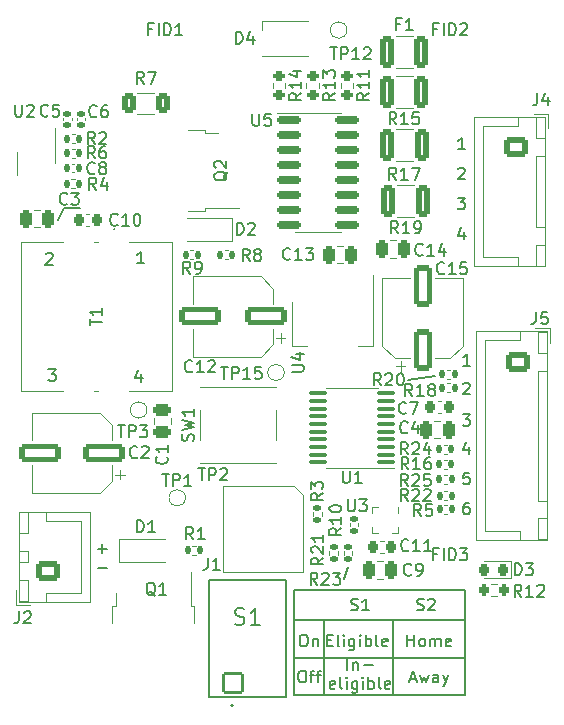
<source format=gto>
%TF.GenerationSoftware,KiCad,Pcbnew,(6.0.1-0)*%
%TF.CreationDate,2023-09-01T00:14:15-05:00*%
%TF.ProjectId,tackle_sensor_hardware,7461636b-6c65-45f7-9365-6e736f725f68,REV1*%
%TF.SameCoordinates,Original*%
%TF.FileFunction,Legend,Top*%
%TF.FilePolarity,Positive*%
%FSLAX46Y46*%
G04 Gerber Fmt 4.6, Leading zero omitted, Abs format (unit mm)*
G04 Created by KiCad (PCBNEW (6.0.1-0)) date 2023-09-01 00:14:15*
%MOMM*%
%LPD*%
G01*
G04 APERTURE LIST*
G04 Aperture macros list*
%AMRoundRect*
0 Rectangle with rounded corners*
0 $1 Rounding radius*
0 $2 $3 $4 $5 $6 $7 $8 $9 X,Y pos of 4 corners*
0 Add a 4 corners polygon primitive as box body*
4,1,4,$2,$3,$4,$5,$6,$7,$8,$9,$2,$3,0*
0 Add four circle primitives for the rounded corners*
1,1,$1+$1,$2,$3*
1,1,$1+$1,$4,$5*
1,1,$1+$1,$6,$7*
1,1,$1+$1,$8,$9*
0 Add four rect primitives between the rounded corners*
20,1,$1+$1,$2,$3,$4,$5,0*
20,1,$1+$1,$4,$5,$6,$7,0*
20,1,$1+$1,$6,$7,$8,$9,0*
20,1,$1+$1,$8,$9,$2,$3,0*%
G04 Aperture macros list end*
%ADD10C,0.155000*%
%ADD11C,0.150000*%
%ADD12C,0.152400*%
%ADD13C,0.120000*%
%ADD14C,0.200000*%
%ADD15C,0.127000*%
%ADD16C,1.500000*%
%ADD17RoundRect,0.250000X0.250000X0.475000X-0.250000X0.475000X-0.250000X-0.475000X0.250000X-0.475000X0*%
%ADD18RoundRect,0.225000X0.225000X0.250000X-0.225000X0.250000X-0.225000X-0.250000X0.225000X-0.250000X0*%
%ADD19RoundRect,0.250000X-0.725000X0.600000X-0.725000X-0.600000X0.725000X-0.600000X0.725000X0.600000X0*%
%ADD20O,1.950000X1.700000*%
%ADD21RoundRect,0.250000X0.312500X0.625000X-0.312500X0.625000X-0.312500X-0.625000X0.312500X-0.625000X0*%
%ADD22RoundRect,0.135000X-0.185000X0.135000X-0.185000X-0.135000X0.185000X-0.135000X0.185000X0.135000X0*%
%ADD23RoundRect,0.200000X-0.275000X0.200000X-0.275000X-0.200000X0.275000X-0.200000X0.275000X0.200000X0*%
%ADD24RoundRect,0.200000X0.200000X0.275000X-0.200000X0.275000X-0.200000X-0.275000X0.200000X-0.275000X0*%
%ADD25RoundRect,0.250000X0.312500X1.075000X-0.312500X1.075000X-0.312500X-1.075000X0.312500X-1.075000X0*%
%ADD26RoundRect,0.135000X-0.135000X-0.185000X0.135000X-0.185000X0.135000X0.185000X-0.135000X0.185000X0*%
%ADD27RoundRect,0.135000X0.135000X0.185000X-0.135000X0.185000X-0.135000X-0.185000X0.135000X-0.185000X0*%
%ADD28C,0.254000*%
%ADD29C,1.000000*%
%ADD30C,1.784000*%
%ADD31RoundRect,0.102000X-0.790000X-0.790000X0.790000X-0.790000X0.790000X0.790000X-0.790000X0.790000X0*%
%ADD32R,0.450000X1.450000*%
%ADD33C,3.200000*%
%ADD34R,0.760000X2.400000*%
%ADD35R,0.375000X0.350000*%
%ADD36R,0.350000X0.375000*%
%ADD37RoundRect,0.225000X-0.225000X-0.250000X0.225000X-0.250000X0.225000X0.250000X-0.225000X0.250000X0*%
%ADD38RoundRect,0.250000X0.750000X-0.600000X0.750000X0.600000X-0.750000X0.600000X-0.750000X-0.600000X0*%
%ADD39O,2.000000X1.700000*%
%ADD40RoundRect,0.250000X1.500000X0.550000X-1.500000X0.550000X-1.500000X-0.550000X1.500000X-0.550000X0*%
%ADD41RoundRect,0.250000X0.550000X-1.500000X0.550000X1.500000X-0.550000X1.500000X-0.550000X-1.500000X0*%
%ADD42R,1.550000X1.300000*%
%ADD43RoundRect,0.100000X0.637500X0.100000X-0.637500X0.100000X-0.637500X-0.100000X0.637500X-0.100000X0*%
%ADD44RoundRect,0.150000X-0.825000X-0.150000X0.825000X-0.150000X0.825000X0.150000X-0.825000X0.150000X0*%
%ADD45RoundRect,0.135000X0.185000X-0.135000X0.185000X0.135000X-0.185000X0.135000X-0.185000X-0.135000X0*%
%ADD46R,1.955800X2.362200*%
%ADD47R,1.200000X2.200000*%
%ADD48R,5.800000X6.400000*%
%ADD49RoundRect,0.140000X0.170000X-0.140000X0.170000X0.140000X-0.170000X0.140000X-0.170000X-0.140000X0*%
%ADD50RoundRect,0.140000X-0.140000X-0.170000X0.140000X-0.170000X0.140000X0.170000X-0.140000X0.170000X0*%
%ADD51RoundRect,0.218750X0.218750X0.256250X-0.218750X0.256250X-0.218750X-0.256250X0.218750X-0.256250X0*%
%ADD52R,1.500000X2.000000*%
%ADD53R,3.800000X2.000000*%
%ADD54RoundRect,0.250000X-0.250000X-0.475000X0.250000X-0.475000X0.250000X0.475000X-0.250000X0.475000X0*%
%ADD55R,2.200000X1.200000*%
%ADD56R,6.400000X5.800000*%
%ADD57R,0.900000X1.200000*%
%ADD58R,1.000000X0.800000*%
%ADD59RoundRect,0.250000X-0.312500X-1.075000X0.312500X-1.075000X0.312500X1.075000X-0.312500X1.075000X0*%
%ADD60RoundRect,0.250000X0.475000X-0.250000X0.475000X0.250000X-0.475000X0.250000X-0.475000X-0.250000X0*%
%ADD61R,1.100000X1.100000*%
G04 APERTURE END LIST*
D10*
X185318400Y-121005600D02*
X185674000Y-119938800D01*
D11*
X190936761Y-129452666D02*
X191412952Y-129452666D01*
X190841523Y-129738380D02*
X191174857Y-128738380D01*
X191508190Y-129738380D01*
X191746285Y-129071714D02*
X191936761Y-129738380D01*
X192127238Y-129262190D01*
X192317714Y-129738380D01*
X192508190Y-129071714D01*
X193317714Y-129738380D02*
X193317714Y-129214571D01*
X193270095Y-129119333D01*
X193174857Y-129071714D01*
X192984380Y-129071714D01*
X192889142Y-129119333D01*
X193317714Y-129690761D02*
X193222476Y-129738380D01*
X192984380Y-129738380D01*
X192889142Y-129690761D01*
X192841523Y-129595523D01*
X192841523Y-129500285D01*
X192889142Y-129405047D01*
X192984380Y-129357428D01*
X193222476Y-129357428D01*
X193317714Y-129309809D01*
X193698666Y-129071714D02*
X193936761Y-129738380D01*
X194174857Y-129071714D02*
X193936761Y-129738380D01*
X193841523Y-129976476D01*
X193793904Y-130024095D01*
X193698666Y-130071714D01*
X190698666Y-126690380D02*
X190698666Y-125690380D01*
X190698666Y-126166571D02*
X191270095Y-126166571D01*
X191270095Y-126690380D02*
X191270095Y-125690380D01*
X191889142Y-126690380D02*
X191793904Y-126642761D01*
X191746285Y-126595142D01*
X191698666Y-126499904D01*
X191698666Y-126214190D01*
X191746285Y-126118952D01*
X191793904Y-126071333D01*
X191889142Y-126023714D01*
X192032000Y-126023714D01*
X192127238Y-126071333D01*
X192174857Y-126118952D01*
X192222476Y-126214190D01*
X192222476Y-126499904D01*
X192174857Y-126595142D01*
X192127238Y-126642761D01*
X192032000Y-126690380D01*
X191889142Y-126690380D01*
X192651047Y-126690380D02*
X192651047Y-126023714D01*
X192651047Y-126118952D02*
X192698666Y-126071333D01*
X192793904Y-126023714D01*
X192936761Y-126023714D01*
X193032000Y-126071333D01*
X193079619Y-126166571D01*
X193079619Y-126690380D01*
X193079619Y-126166571D02*
X193127238Y-126071333D01*
X193222476Y-126023714D01*
X193365333Y-126023714D01*
X193460571Y-126071333D01*
X193508190Y-126166571D01*
X193508190Y-126690380D01*
X194365333Y-126642761D02*
X194270095Y-126690380D01*
X194079619Y-126690380D01*
X193984380Y-126642761D01*
X193936761Y-126547523D01*
X193936761Y-126166571D01*
X193984380Y-126071333D01*
X194079619Y-126023714D01*
X194270095Y-126023714D01*
X194365333Y-126071333D01*
X194412952Y-126166571D01*
X194412952Y-126261809D01*
X193936761Y-126357047D01*
X185618571Y-128679380D02*
X185618571Y-127679380D01*
X186094761Y-128012714D02*
X186094761Y-128679380D01*
X186094761Y-128107952D02*
X186142380Y-128060333D01*
X186237619Y-128012714D01*
X186380476Y-128012714D01*
X186475714Y-128060333D01*
X186523333Y-128155571D01*
X186523333Y-128679380D01*
X186999523Y-128298428D02*
X187761428Y-128298428D01*
X184547142Y-130241761D02*
X184451904Y-130289380D01*
X184261428Y-130289380D01*
X184166190Y-130241761D01*
X184118571Y-130146523D01*
X184118571Y-129765571D01*
X184166190Y-129670333D01*
X184261428Y-129622714D01*
X184451904Y-129622714D01*
X184547142Y-129670333D01*
X184594761Y-129765571D01*
X184594761Y-129860809D01*
X184118571Y-129956047D01*
X185166190Y-130289380D02*
X185070952Y-130241761D01*
X185023333Y-130146523D01*
X185023333Y-129289380D01*
X185547142Y-130289380D02*
X185547142Y-129622714D01*
X185547142Y-129289380D02*
X185499523Y-129337000D01*
X185547142Y-129384619D01*
X185594761Y-129337000D01*
X185547142Y-129289380D01*
X185547142Y-129384619D01*
X186451904Y-129622714D02*
X186451904Y-130432238D01*
X186404285Y-130527476D01*
X186356666Y-130575095D01*
X186261428Y-130622714D01*
X186118571Y-130622714D01*
X186023333Y-130575095D01*
X186451904Y-130241761D02*
X186356666Y-130289380D01*
X186166190Y-130289380D01*
X186070952Y-130241761D01*
X186023333Y-130194142D01*
X185975714Y-130098904D01*
X185975714Y-129813190D01*
X186023333Y-129717952D01*
X186070952Y-129670333D01*
X186166190Y-129622714D01*
X186356666Y-129622714D01*
X186451904Y-129670333D01*
X186928095Y-130289380D02*
X186928095Y-129622714D01*
X186928095Y-129289380D02*
X186880476Y-129337000D01*
X186928095Y-129384619D01*
X186975714Y-129337000D01*
X186928095Y-129289380D01*
X186928095Y-129384619D01*
X187404285Y-130289380D02*
X187404285Y-129289380D01*
X187404285Y-129670333D02*
X187499523Y-129622714D01*
X187690000Y-129622714D01*
X187785238Y-129670333D01*
X187832857Y-129717952D01*
X187880476Y-129813190D01*
X187880476Y-130098904D01*
X187832857Y-130194142D01*
X187785238Y-130241761D01*
X187690000Y-130289380D01*
X187499523Y-130289380D01*
X187404285Y-130241761D01*
X188451904Y-130289380D02*
X188356666Y-130241761D01*
X188309047Y-130146523D01*
X188309047Y-129289380D01*
X189213809Y-130241761D02*
X189118571Y-130289380D01*
X188928095Y-130289380D01*
X188832857Y-130241761D01*
X188785238Y-130146523D01*
X188785238Y-129765571D01*
X188832857Y-129670333D01*
X188928095Y-129622714D01*
X189118571Y-129622714D01*
X189213809Y-129670333D01*
X189261428Y-129765571D01*
X189261428Y-129860809D01*
X188785238Y-129956047D01*
X183888380Y-126166571D02*
X184221714Y-126166571D01*
X184364571Y-126690380D02*
X183888380Y-126690380D01*
X183888380Y-125690380D01*
X184364571Y-125690380D01*
X184936000Y-126690380D02*
X184840761Y-126642761D01*
X184793142Y-126547523D01*
X184793142Y-125690380D01*
X185316952Y-126690380D02*
X185316952Y-126023714D01*
X185316952Y-125690380D02*
X185269333Y-125738000D01*
X185316952Y-125785619D01*
X185364571Y-125738000D01*
X185316952Y-125690380D01*
X185316952Y-125785619D01*
X186221714Y-126023714D02*
X186221714Y-126833238D01*
X186174095Y-126928476D01*
X186126476Y-126976095D01*
X186031238Y-127023714D01*
X185888380Y-127023714D01*
X185793142Y-126976095D01*
X186221714Y-126642761D02*
X186126476Y-126690380D01*
X185936000Y-126690380D01*
X185840761Y-126642761D01*
X185793142Y-126595142D01*
X185745523Y-126499904D01*
X185745523Y-126214190D01*
X185793142Y-126118952D01*
X185840761Y-126071333D01*
X185936000Y-126023714D01*
X186126476Y-126023714D01*
X186221714Y-126071333D01*
X186697904Y-126690380D02*
X186697904Y-126023714D01*
X186697904Y-125690380D02*
X186650285Y-125738000D01*
X186697904Y-125785619D01*
X186745523Y-125738000D01*
X186697904Y-125690380D01*
X186697904Y-125785619D01*
X187174095Y-126690380D02*
X187174095Y-125690380D01*
X187174095Y-126071333D02*
X187269333Y-126023714D01*
X187459809Y-126023714D01*
X187555047Y-126071333D01*
X187602666Y-126118952D01*
X187650285Y-126214190D01*
X187650285Y-126499904D01*
X187602666Y-126595142D01*
X187555047Y-126642761D01*
X187459809Y-126690380D01*
X187269333Y-126690380D01*
X187174095Y-126642761D01*
X188221714Y-126690380D02*
X188126476Y-126642761D01*
X188078857Y-126547523D01*
X188078857Y-125690380D01*
X188983619Y-126642761D02*
X188888380Y-126690380D01*
X188697904Y-126690380D01*
X188602666Y-126642761D01*
X188555047Y-126547523D01*
X188555047Y-126166571D01*
X188602666Y-126071333D01*
X188697904Y-126023714D01*
X188888380Y-126023714D01*
X188983619Y-126071333D01*
X189031238Y-126166571D01*
X189031238Y-126261809D01*
X188555047Y-126357047D01*
X191516095Y-123594761D02*
X191658952Y-123642380D01*
X191897047Y-123642380D01*
X191992285Y-123594761D01*
X192039904Y-123547142D01*
X192087523Y-123451904D01*
X192087523Y-123356666D01*
X192039904Y-123261428D01*
X191992285Y-123213809D01*
X191897047Y-123166190D01*
X191706571Y-123118571D01*
X191611333Y-123070952D01*
X191563714Y-123023333D01*
X191516095Y-122928095D01*
X191516095Y-122832857D01*
X191563714Y-122737619D01*
X191611333Y-122690000D01*
X191706571Y-122642380D01*
X191944666Y-122642380D01*
X192087523Y-122690000D01*
X192468476Y-122737619D02*
X192516095Y-122690000D01*
X192611333Y-122642380D01*
X192849428Y-122642380D01*
X192944666Y-122690000D01*
X192992285Y-122737619D01*
X193039904Y-122832857D01*
X193039904Y-122928095D01*
X192992285Y-123070952D01*
X192420857Y-123642380D01*
X193039904Y-123642380D01*
X185928095Y-123594761D02*
X186070952Y-123642380D01*
X186309047Y-123642380D01*
X186404285Y-123594761D01*
X186451904Y-123547142D01*
X186499523Y-123451904D01*
X186499523Y-123356666D01*
X186451904Y-123261428D01*
X186404285Y-123213809D01*
X186309047Y-123166190D01*
X186118571Y-123118571D01*
X186023333Y-123070952D01*
X185975714Y-123023333D01*
X185928095Y-122928095D01*
X185928095Y-122832857D01*
X185975714Y-122737619D01*
X186023333Y-122690000D01*
X186118571Y-122642380D01*
X186356666Y-122642380D01*
X186499523Y-122690000D01*
X187451904Y-123642380D02*
X186880476Y-123642380D01*
X187166190Y-123642380D02*
X187166190Y-122642380D01*
X187070952Y-122785238D01*
X186975714Y-122880476D01*
X186880476Y-122928095D01*
X181705333Y-128738380D02*
X181895809Y-128738380D01*
X181991047Y-128786000D01*
X182086285Y-128881238D01*
X182133904Y-129071714D01*
X182133904Y-129405047D01*
X182086285Y-129595523D01*
X181991047Y-129690761D01*
X181895809Y-129738380D01*
X181705333Y-129738380D01*
X181610095Y-129690761D01*
X181514857Y-129595523D01*
X181467238Y-129405047D01*
X181467238Y-129071714D01*
X181514857Y-128881238D01*
X181610095Y-128786000D01*
X181705333Y-128738380D01*
X182419619Y-129071714D02*
X182800571Y-129071714D01*
X182562476Y-129738380D02*
X182562476Y-128881238D01*
X182610095Y-128786000D01*
X182705333Y-128738380D01*
X182800571Y-128738380D01*
X182991047Y-129071714D02*
X183372000Y-129071714D01*
X183133904Y-129738380D02*
X183133904Y-128881238D01*
X183181523Y-128786000D01*
X183276761Y-128738380D01*
X183372000Y-128738380D01*
X181824380Y-125690380D02*
X182014857Y-125690380D01*
X182110095Y-125738000D01*
X182205333Y-125833238D01*
X182252952Y-126023714D01*
X182252952Y-126357047D01*
X182205333Y-126547523D01*
X182110095Y-126642761D01*
X182014857Y-126690380D01*
X181824380Y-126690380D01*
X181729142Y-126642761D01*
X181633904Y-126547523D01*
X181586285Y-126357047D01*
X181586285Y-126023714D01*
X181633904Y-125833238D01*
X181729142Y-125738000D01*
X181824380Y-125690380D01*
X182681523Y-126023714D02*
X182681523Y-126690380D01*
X182681523Y-126118952D02*
X182729142Y-126071333D01*
X182824380Y-126023714D01*
X182967238Y-126023714D01*
X183062476Y-126071333D01*
X183110095Y-126166571D01*
X183110095Y-126690380D01*
D10*
X195580000Y-130810000D02*
X189484000Y-130810000D01*
X189484000Y-130810000D02*
X189484000Y-124460000D01*
X189484000Y-124460000D02*
X195580000Y-124460000D01*
X195580000Y-124460000D02*
X195580000Y-130810000D01*
X183642000Y-124460000D02*
X195580000Y-124460000D01*
X195580000Y-124460000D02*
X195580000Y-127635000D01*
X195580000Y-127635000D02*
X183642000Y-127635000D01*
X183642000Y-127635000D02*
X183642000Y-124460000D01*
X183642000Y-127635000D02*
X181102000Y-127635000D01*
X181102000Y-127635000D02*
X181102000Y-130810000D01*
X181102000Y-130810000D02*
X183642000Y-130810000D01*
X183642000Y-130810000D02*
X183642000Y-127635000D01*
X183642000Y-127635000D02*
X181102000Y-127635000D01*
X181102000Y-127635000D02*
X181102000Y-124460000D01*
X181102000Y-124460000D02*
X183642000Y-124460000D01*
X183642000Y-124460000D02*
X183642000Y-127635000D01*
X181102000Y-121920000D02*
X195580000Y-121920000D01*
X195580000Y-121920000D02*
X195580000Y-124460000D01*
X195580000Y-124460000D02*
X181102000Y-124460000D01*
X181102000Y-124460000D02*
X181102000Y-121920000D01*
X181102000Y-121920000D02*
X195580000Y-121920000D01*
X195580000Y-121920000D02*
X195580000Y-130810000D01*
X195580000Y-130810000D02*
X181102000Y-130810000D01*
X181102000Y-130810000D02*
X181102000Y-121920000D01*
X162984100Y-89549400D02*
X161663300Y-89549400D01*
X161663300Y-89549400D02*
X161155300Y-90565400D01*
X190754000Y-104140000D02*
X193040000Y-103759000D01*
D11*
X195373666Y-107021380D02*
X195992714Y-107021380D01*
X195659380Y-107402333D01*
X195802238Y-107402333D01*
X195897476Y-107449952D01*
X195945095Y-107497571D01*
X195992714Y-107592809D01*
X195992714Y-107830904D01*
X195945095Y-107926142D01*
X195897476Y-107973761D01*
X195802238Y-108021380D01*
X195516523Y-108021380D01*
X195421285Y-107973761D01*
X195373666Y-107926142D01*
X195945095Y-111974380D02*
X195468904Y-111974380D01*
X195421285Y-112450571D01*
X195468904Y-112402952D01*
X195564142Y-112355333D01*
X195802238Y-112355333D01*
X195897476Y-112402952D01*
X195945095Y-112450571D01*
X195992714Y-112545809D01*
X195992714Y-112783904D01*
X195945095Y-112879142D01*
X195897476Y-112926761D01*
X195802238Y-112974380D01*
X195564142Y-112974380D01*
X195468904Y-112926761D01*
X195421285Y-112879142D01*
X195897476Y-109767714D02*
X195897476Y-110434380D01*
X195659380Y-109386761D02*
X195421285Y-110101047D01*
X196040333Y-110101047D01*
X160313966Y-103225780D02*
X160933014Y-103225780D01*
X160599680Y-103606733D01*
X160742538Y-103606733D01*
X160837776Y-103654352D01*
X160885395Y-103701971D01*
X160933014Y-103797209D01*
X160933014Y-104035304D01*
X160885395Y-104130542D01*
X160837776Y-104178161D01*
X160742538Y-104225780D01*
X160456823Y-104225780D01*
X160361585Y-104178161D01*
X160313966Y-104130542D01*
X168152976Y-103660714D02*
X168152976Y-104327380D01*
X167914880Y-103279761D02*
X167676785Y-103994047D01*
X168295833Y-103994047D01*
X195897476Y-114514380D02*
X195707000Y-114514380D01*
X195611761Y-114562000D01*
X195564142Y-114609619D01*
X195468904Y-114752476D01*
X195421285Y-114942952D01*
X195421285Y-115323904D01*
X195468904Y-115419142D01*
X195516523Y-115466761D01*
X195611761Y-115514380D01*
X195802238Y-115514380D01*
X195897476Y-115466761D01*
X195945095Y-115419142D01*
X195992714Y-115323904D01*
X195992714Y-115085809D01*
X195945095Y-114990571D01*
X195897476Y-114942952D01*
X195802238Y-114895333D01*
X195611761Y-114895333D01*
X195516523Y-114942952D01*
X195468904Y-114990571D01*
X195421285Y-115085809D01*
X195007185Y-86252219D02*
X195054804Y-86204600D01*
X195150042Y-86156980D01*
X195388138Y-86156980D01*
X195483376Y-86204600D01*
X195530995Y-86252219D01*
X195578614Y-86347457D01*
X195578614Y-86442695D01*
X195530995Y-86585552D01*
X194959566Y-87156980D01*
X195578614Y-87156980D01*
X194959566Y-88696980D02*
X195578614Y-88696980D01*
X195245280Y-89077933D01*
X195388138Y-89077933D01*
X195483376Y-89125552D01*
X195530995Y-89173171D01*
X195578614Y-89268409D01*
X195578614Y-89506504D01*
X195530995Y-89601742D01*
X195483376Y-89649361D01*
X195388138Y-89696980D01*
X195102423Y-89696980D01*
X195007185Y-89649361D01*
X194959566Y-89601742D01*
X195483376Y-91570314D02*
X195483376Y-92236980D01*
X195245280Y-91189361D02*
X195007185Y-91903647D01*
X195626233Y-91903647D01*
X195578614Y-84616980D02*
X195007185Y-84616980D01*
X195292900Y-84616980D02*
X195292900Y-83616980D01*
X195197661Y-83759838D01*
X195102423Y-83855076D01*
X195007185Y-83902695D01*
X160107585Y-93465819D02*
X160155204Y-93418200D01*
X160250442Y-93370580D01*
X160488538Y-93370580D01*
X160583776Y-93418200D01*
X160631395Y-93465819D01*
X160679014Y-93561057D01*
X160679014Y-93656295D01*
X160631395Y-93799152D01*
X160059966Y-94370580D01*
X160679014Y-94370580D01*
X165244652Y-120051771D02*
X164482747Y-120051771D01*
X165244652Y-118441771D02*
X164482747Y-118441771D01*
X164863700Y-118060819D02*
X164863700Y-118822723D01*
X168400614Y-94268980D02*
X167829185Y-94268980D01*
X168114900Y-94268980D02*
X168114900Y-93268980D01*
X168019661Y-93411838D01*
X167924423Y-93507076D01*
X167829185Y-93554695D01*
X195421285Y-104449619D02*
X195468904Y-104402000D01*
X195564142Y-104354380D01*
X195802238Y-104354380D01*
X195897476Y-104402000D01*
X195945095Y-104449619D01*
X195992714Y-104544857D01*
X195992714Y-104640095D01*
X195945095Y-104782952D01*
X195373666Y-105354380D01*
X195992714Y-105354380D01*
X195992714Y-102941380D02*
X195421285Y-102941380D01*
X195707000Y-102941380D02*
X195707000Y-101941380D01*
X195611761Y-102084238D01*
X195516523Y-102179476D01*
X195421285Y-102227095D01*
%TO.C,FID3*%
X193238571Y-118864071D02*
X192905238Y-118864071D01*
X192905238Y-119387880D02*
X192905238Y-118387880D01*
X193381428Y-118387880D01*
X193762380Y-119387880D02*
X193762380Y-118387880D01*
X194238571Y-119387880D02*
X194238571Y-118387880D01*
X194476666Y-118387880D01*
X194619523Y-118435500D01*
X194714761Y-118530738D01*
X194762380Y-118625976D01*
X194810000Y-118816452D01*
X194810000Y-118959309D01*
X194762380Y-119149785D01*
X194714761Y-119245023D01*
X194619523Y-119340261D01*
X194476666Y-119387880D01*
X194238571Y-119387880D01*
X195143333Y-118387880D02*
X195762380Y-118387880D01*
X195429047Y-118768833D01*
X195571904Y-118768833D01*
X195667142Y-118816452D01*
X195714761Y-118864071D01*
X195762380Y-118959309D01*
X195762380Y-119197404D01*
X195714761Y-119292642D01*
X195667142Y-119340261D01*
X195571904Y-119387880D01*
X195286190Y-119387880D01*
X195190952Y-119340261D01*
X195143333Y-119292642D01*
%TO.C,FID2*%
X193238571Y-74414071D02*
X192905238Y-74414071D01*
X192905238Y-74937880D02*
X192905238Y-73937880D01*
X193381428Y-73937880D01*
X193762380Y-74937880D02*
X193762380Y-73937880D01*
X194238571Y-74937880D02*
X194238571Y-73937880D01*
X194476666Y-73937880D01*
X194619523Y-73985500D01*
X194714761Y-74080738D01*
X194762380Y-74175976D01*
X194810000Y-74366452D01*
X194810000Y-74509309D01*
X194762380Y-74699785D01*
X194714761Y-74795023D01*
X194619523Y-74890261D01*
X194476666Y-74937880D01*
X194238571Y-74937880D01*
X195190952Y-74033119D02*
X195238571Y-73985500D01*
X195333809Y-73937880D01*
X195571904Y-73937880D01*
X195667142Y-73985500D01*
X195714761Y-74033119D01*
X195762380Y-74128357D01*
X195762380Y-74223595D01*
X195714761Y-74366452D01*
X195143333Y-74937880D01*
X195762380Y-74937880D01*
%TO.C,FID1*%
X169108571Y-74414071D02*
X168775238Y-74414071D01*
X168775238Y-74937880D02*
X168775238Y-73937880D01*
X169251428Y-73937880D01*
X169632380Y-74937880D02*
X169632380Y-73937880D01*
X170108571Y-74937880D02*
X170108571Y-73937880D01*
X170346666Y-73937880D01*
X170489523Y-73985500D01*
X170584761Y-74080738D01*
X170632380Y-74175976D01*
X170680000Y-74366452D01*
X170680000Y-74509309D01*
X170632380Y-74699785D01*
X170584761Y-74795023D01*
X170489523Y-74890261D01*
X170346666Y-74937880D01*
X170108571Y-74937880D01*
X171632380Y-74937880D02*
X171060952Y-74937880D01*
X171346666Y-74937880D02*
X171346666Y-73937880D01*
X171251428Y-74080738D01*
X171156190Y-74175976D01*
X171060952Y-74223595D01*
D12*
%TO.C,C9*%
X191029166Y-120595457D02*
X190980785Y-120643838D01*
X190835642Y-120692219D01*
X190738880Y-120692219D01*
X190593738Y-120643838D01*
X190496976Y-120547076D01*
X190448595Y-120450314D01*
X190400214Y-120256790D01*
X190400214Y-120111647D01*
X190448595Y-119918123D01*
X190496976Y-119821361D01*
X190593738Y-119724600D01*
X190738880Y-119676219D01*
X190835642Y-119676219D01*
X190980785Y-119724600D01*
X191029166Y-119772980D01*
X191512976Y-120692219D02*
X191706500Y-120692219D01*
X191803261Y-120643838D01*
X191851642Y-120595457D01*
X191948404Y-120450314D01*
X191996785Y-120256790D01*
X191996785Y-119869742D01*
X191948404Y-119772980D01*
X191900023Y-119724600D01*
X191803261Y-119676219D01*
X191609738Y-119676219D01*
X191512976Y-119724600D01*
X191464595Y-119772980D01*
X191416214Y-119869742D01*
X191416214Y-120111647D01*
X191464595Y-120208409D01*
X191512976Y-120256790D01*
X191609738Y-120305171D01*
X191803261Y-120305171D01*
X191900023Y-120256790D01*
X191948404Y-120208409D01*
X191996785Y-120111647D01*
%TO.C,C10*%
X166165757Y-90979057D02*
X166117376Y-91027438D01*
X165972233Y-91075819D01*
X165875471Y-91075819D01*
X165730328Y-91027438D01*
X165633566Y-90930676D01*
X165585185Y-90833914D01*
X165536804Y-90640390D01*
X165536804Y-90495247D01*
X165585185Y-90301723D01*
X165633566Y-90204961D01*
X165730328Y-90108200D01*
X165875471Y-90059819D01*
X165972233Y-90059819D01*
X166117376Y-90108200D01*
X166165757Y-90156580D01*
X167133376Y-91075819D02*
X166552804Y-91075819D01*
X166843090Y-91075819D02*
X166843090Y-90059819D01*
X166746328Y-90204961D01*
X166649566Y-90301723D01*
X166552804Y-90350104D01*
X167762328Y-90059819D02*
X167859090Y-90059819D01*
X167955852Y-90108200D01*
X168004233Y-90156580D01*
X168052614Y-90253342D01*
X168100995Y-90446866D01*
X168100995Y-90688771D01*
X168052614Y-90882295D01*
X168004233Y-90979057D01*
X167955852Y-91027438D01*
X167859090Y-91075819D01*
X167762328Y-91075819D01*
X167665566Y-91027438D01*
X167617185Y-90979057D01*
X167568804Y-90882295D01*
X167520423Y-90688771D01*
X167520423Y-90446866D01*
X167568804Y-90253342D01*
X167617185Y-90156580D01*
X167665566Y-90108200D01*
X167762328Y-90059819D01*
%TO.C,J4*%
X201702233Y-79849019D02*
X201702233Y-80574733D01*
X201653852Y-80719876D01*
X201557090Y-80816638D01*
X201411947Y-80865019D01*
X201315185Y-80865019D01*
X202621471Y-80187685D02*
X202621471Y-80865019D01*
X202379566Y-79800638D02*
X202137661Y-80526352D01*
X202766614Y-80526352D01*
%TO.C,R7*%
X168381366Y-79036219D02*
X168042700Y-78552409D01*
X167800795Y-79036219D02*
X167800795Y-78020219D01*
X168187842Y-78020219D01*
X168284604Y-78068600D01*
X168332985Y-78116980D01*
X168381366Y-78213742D01*
X168381366Y-78358885D01*
X168332985Y-78455647D01*
X168284604Y-78504028D01*
X168187842Y-78552409D01*
X167800795Y-78552409D01*
X168720033Y-78020219D02*
X169397366Y-78020219D01*
X168961938Y-79036219D01*
%TO.C,R10*%
X185117619Y-116680342D02*
X184633809Y-117019009D01*
X185117619Y-117260914D02*
X184101619Y-117260914D01*
X184101619Y-116873866D01*
X184150000Y-116777104D01*
X184198380Y-116728723D01*
X184295142Y-116680342D01*
X184440285Y-116680342D01*
X184537047Y-116728723D01*
X184585428Y-116777104D01*
X184633809Y-116873866D01*
X184633809Y-117260914D01*
X185117619Y-115712723D02*
X185117619Y-116293295D01*
X185117619Y-116003009D02*
X184101619Y-116003009D01*
X184246761Y-116099771D01*
X184343523Y-116196533D01*
X184391904Y-116293295D01*
X184101619Y-115083771D02*
X184101619Y-114987009D01*
X184150000Y-114890247D01*
X184198380Y-114841866D01*
X184295142Y-114793485D01*
X184488666Y-114745104D01*
X184730571Y-114745104D01*
X184924095Y-114793485D01*
X185020857Y-114841866D01*
X185069238Y-114890247D01*
X185117619Y-114987009D01*
X185117619Y-115083771D01*
X185069238Y-115180533D01*
X185020857Y-115228914D01*
X184924095Y-115277295D01*
X184730571Y-115325676D01*
X184488666Y-115325676D01*
X184295142Y-115277295D01*
X184198380Y-115228914D01*
X184150000Y-115180533D01*
X184101619Y-115083771D01*
%TO.C,R11*%
X187462019Y-79838142D02*
X186978209Y-80176809D01*
X187462019Y-80418714D02*
X186446019Y-80418714D01*
X186446019Y-80031666D01*
X186494400Y-79934904D01*
X186542780Y-79886523D01*
X186639542Y-79838142D01*
X186784685Y-79838142D01*
X186881447Y-79886523D01*
X186929828Y-79934904D01*
X186978209Y-80031666D01*
X186978209Y-80418714D01*
X187462019Y-78870523D02*
X187462019Y-79451095D01*
X187462019Y-79160809D02*
X186446019Y-79160809D01*
X186591161Y-79257571D01*
X186687923Y-79354333D01*
X186736304Y-79451095D01*
X187462019Y-77902904D02*
X187462019Y-78483476D01*
X187462019Y-78193190D02*
X186446019Y-78193190D01*
X186591161Y-78289952D01*
X186687923Y-78386714D01*
X186736304Y-78483476D01*
%TO.C,R12*%
X200362457Y-122493419D02*
X200023790Y-122009609D01*
X199781885Y-122493419D02*
X199781885Y-121477419D01*
X200168933Y-121477419D01*
X200265695Y-121525800D01*
X200314076Y-121574180D01*
X200362457Y-121670942D01*
X200362457Y-121816085D01*
X200314076Y-121912847D01*
X200265695Y-121961228D01*
X200168933Y-122009609D01*
X199781885Y-122009609D01*
X201330076Y-122493419D02*
X200749504Y-122493419D01*
X201039790Y-122493419D02*
X201039790Y-121477419D01*
X200943028Y-121622561D01*
X200846266Y-121719323D01*
X200749504Y-121767704D01*
X201717123Y-121574180D02*
X201765504Y-121525800D01*
X201862266Y-121477419D01*
X202104171Y-121477419D01*
X202200933Y-121525800D01*
X202249314Y-121574180D01*
X202297695Y-121670942D01*
X202297695Y-121767704D01*
X202249314Y-121912847D01*
X201668742Y-122493419D01*
X202297695Y-122493419D01*
%TO.C,R13*%
X184566419Y-79838142D02*
X184082609Y-80176809D01*
X184566419Y-80418714D02*
X183550419Y-80418714D01*
X183550419Y-80031666D01*
X183598800Y-79934904D01*
X183647180Y-79886523D01*
X183743942Y-79838142D01*
X183889085Y-79838142D01*
X183985847Y-79886523D01*
X184034228Y-79934904D01*
X184082609Y-80031666D01*
X184082609Y-80418714D01*
X184566419Y-78870523D02*
X184566419Y-79451095D01*
X184566419Y-79160809D02*
X183550419Y-79160809D01*
X183695561Y-79257571D01*
X183792323Y-79354333D01*
X183840704Y-79451095D01*
X183550419Y-78531857D02*
X183550419Y-77902904D01*
X183937466Y-78241571D01*
X183937466Y-78096428D01*
X183985847Y-77999666D01*
X184034228Y-77951285D01*
X184130990Y-77902904D01*
X184372895Y-77902904D01*
X184469657Y-77951285D01*
X184518038Y-77999666D01*
X184566419Y-78096428D01*
X184566419Y-78386714D01*
X184518038Y-78483476D01*
X184469657Y-78531857D01*
%TO.C,R15*%
X189773657Y-82484619D02*
X189434990Y-82000809D01*
X189193085Y-82484619D02*
X189193085Y-81468619D01*
X189580133Y-81468619D01*
X189676895Y-81517000D01*
X189725276Y-81565380D01*
X189773657Y-81662142D01*
X189773657Y-81807285D01*
X189725276Y-81904047D01*
X189676895Y-81952428D01*
X189580133Y-82000809D01*
X189193085Y-82000809D01*
X190741276Y-82484619D02*
X190160704Y-82484619D01*
X190450990Y-82484619D02*
X190450990Y-81468619D01*
X190354228Y-81613761D01*
X190257466Y-81710523D01*
X190160704Y-81758904D01*
X191660514Y-81468619D02*
X191176704Y-81468619D01*
X191128323Y-81952428D01*
X191176704Y-81904047D01*
X191273466Y-81855666D01*
X191515371Y-81855666D01*
X191612133Y-81904047D01*
X191660514Y-81952428D01*
X191708895Y-82049190D01*
X191708895Y-82291095D01*
X191660514Y-82387857D01*
X191612133Y-82436238D01*
X191515371Y-82484619D01*
X191273466Y-82484619D01*
X191176704Y-82436238D01*
X191128323Y-82387857D01*
%TO.C,R16*%
X190786352Y-111711619D02*
X190447685Y-111227809D01*
X190205780Y-111711619D02*
X190205780Y-110695619D01*
X190592828Y-110695619D01*
X190689590Y-110744000D01*
X190737971Y-110792380D01*
X190786352Y-110889142D01*
X190786352Y-111034285D01*
X190737971Y-111131047D01*
X190689590Y-111179428D01*
X190592828Y-111227809D01*
X190205780Y-111227809D01*
X191753971Y-111711619D02*
X191173399Y-111711619D01*
X191463685Y-111711619D02*
X191463685Y-110695619D01*
X191366923Y-110840761D01*
X191270161Y-110937523D01*
X191173399Y-110985904D01*
X192624828Y-110695619D02*
X192431304Y-110695619D01*
X192334542Y-110744000D01*
X192286161Y-110792380D01*
X192189399Y-110937523D01*
X192141018Y-111131047D01*
X192141018Y-111518095D01*
X192189399Y-111614857D01*
X192237780Y-111663238D01*
X192334542Y-111711619D01*
X192528066Y-111711619D01*
X192624828Y-111663238D01*
X192673209Y-111614857D01*
X192721590Y-111518095D01*
X192721590Y-111276190D01*
X192673209Y-111179428D01*
X192624828Y-111131047D01*
X192528066Y-111082666D01*
X192334542Y-111082666D01*
X192237780Y-111131047D01*
X192189399Y-111179428D01*
X192141018Y-111276190D01*
%TO.C,R17*%
X189762957Y-87164219D02*
X189424290Y-86680409D01*
X189182385Y-87164219D02*
X189182385Y-86148219D01*
X189569433Y-86148219D01*
X189666195Y-86196600D01*
X189714576Y-86244980D01*
X189762957Y-86341742D01*
X189762957Y-86486885D01*
X189714576Y-86583647D01*
X189666195Y-86632028D01*
X189569433Y-86680409D01*
X189182385Y-86680409D01*
X190730576Y-87164219D02*
X190150004Y-87164219D01*
X190440290Y-87164219D02*
X190440290Y-86148219D01*
X190343528Y-86293361D01*
X190246766Y-86390123D01*
X190150004Y-86438504D01*
X191069242Y-86148219D02*
X191746576Y-86148219D01*
X191311147Y-87164219D01*
%TO.C,R18*%
X191116857Y-105488619D02*
X190778190Y-105004809D01*
X190536285Y-105488619D02*
X190536285Y-104472619D01*
X190923333Y-104472619D01*
X191020095Y-104521000D01*
X191068476Y-104569380D01*
X191116857Y-104666142D01*
X191116857Y-104811285D01*
X191068476Y-104908047D01*
X191020095Y-104956428D01*
X190923333Y-105004809D01*
X190536285Y-105004809D01*
X192084476Y-105488619D02*
X191503904Y-105488619D01*
X191794190Y-105488619D02*
X191794190Y-104472619D01*
X191697428Y-104617761D01*
X191600666Y-104714523D01*
X191503904Y-104762904D01*
X192665047Y-104908047D02*
X192568285Y-104859666D01*
X192519904Y-104811285D01*
X192471523Y-104714523D01*
X192471523Y-104666142D01*
X192519904Y-104569380D01*
X192568285Y-104521000D01*
X192665047Y-104472619D01*
X192858571Y-104472619D01*
X192955333Y-104521000D01*
X193003714Y-104569380D01*
X193052095Y-104666142D01*
X193052095Y-104714523D01*
X193003714Y-104811285D01*
X192955333Y-104859666D01*
X192858571Y-104908047D01*
X192665047Y-104908047D01*
X192568285Y-104956428D01*
X192519904Y-105004809D01*
X192471523Y-105101571D01*
X192471523Y-105295095D01*
X192519904Y-105391857D01*
X192568285Y-105440238D01*
X192665047Y-105488619D01*
X192858571Y-105488619D01*
X192955333Y-105440238D01*
X193003714Y-105391857D01*
X193052095Y-105295095D01*
X193052095Y-105101571D01*
X193003714Y-105004809D01*
X192955333Y-104956428D01*
X192858571Y-104908047D01*
%TO.C,R19*%
X189904657Y-91730219D02*
X189565990Y-91246409D01*
X189324085Y-91730219D02*
X189324085Y-90714219D01*
X189711133Y-90714219D01*
X189807895Y-90762600D01*
X189856276Y-90810980D01*
X189904657Y-90907742D01*
X189904657Y-91052885D01*
X189856276Y-91149647D01*
X189807895Y-91198028D01*
X189711133Y-91246409D01*
X189324085Y-91246409D01*
X190872276Y-91730219D02*
X190291704Y-91730219D01*
X190581990Y-91730219D02*
X190581990Y-90714219D01*
X190485228Y-90859361D01*
X190388466Y-90956123D01*
X190291704Y-91004504D01*
X191356085Y-91730219D02*
X191549609Y-91730219D01*
X191646371Y-91681838D01*
X191694752Y-91633457D01*
X191791514Y-91488314D01*
X191839895Y-91294790D01*
X191839895Y-90907742D01*
X191791514Y-90810980D01*
X191743133Y-90762600D01*
X191646371Y-90714219D01*
X191452847Y-90714219D01*
X191356085Y-90762600D01*
X191307704Y-90810980D01*
X191259323Y-90907742D01*
X191259323Y-91149647D01*
X191307704Y-91246409D01*
X191356085Y-91294790D01*
X191452847Y-91343171D01*
X191646371Y-91343171D01*
X191743133Y-91294790D01*
X191791514Y-91246409D01*
X191839895Y-91149647D01*
%TO.C,R22*%
X190735857Y-114378619D02*
X190397190Y-113894809D01*
X190155285Y-114378619D02*
X190155285Y-113362619D01*
X190542333Y-113362619D01*
X190639095Y-113411000D01*
X190687476Y-113459380D01*
X190735857Y-113556142D01*
X190735857Y-113701285D01*
X190687476Y-113798047D01*
X190639095Y-113846428D01*
X190542333Y-113894809D01*
X190155285Y-113894809D01*
X191122904Y-113459380D02*
X191171285Y-113411000D01*
X191268047Y-113362619D01*
X191509952Y-113362619D01*
X191606714Y-113411000D01*
X191655095Y-113459380D01*
X191703476Y-113556142D01*
X191703476Y-113652904D01*
X191655095Y-113798047D01*
X191074523Y-114378619D01*
X191703476Y-114378619D01*
X192090523Y-113459380D02*
X192138904Y-113411000D01*
X192235666Y-113362619D01*
X192477571Y-113362619D01*
X192574333Y-113411000D01*
X192622714Y-113459380D01*
X192671095Y-113556142D01*
X192671095Y-113652904D01*
X192622714Y-113798047D01*
X192042142Y-114378619D01*
X192671095Y-114378619D01*
%TO.C,R25*%
X190731869Y-113108619D02*
X190393202Y-112624809D01*
X190151297Y-113108619D02*
X190151297Y-112092619D01*
X190538345Y-112092619D01*
X190635107Y-112141000D01*
X190683488Y-112189380D01*
X190731869Y-112286142D01*
X190731869Y-112431285D01*
X190683488Y-112528047D01*
X190635107Y-112576428D01*
X190538345Y-112624809D01*
X190151297Y-112624809D01*
X191118916Y-112189380D02*
X191167297Y-112141000D01*
X191264059Y-112092619D01*
X191505964Y-112092619D01*
X191602726Y-112141000D01*
X191651107Y-112189380D01*
X191699488Y-112286142D01*
X191699488Y-112382904D01*
X191651107Y-112528047D01*
X191070535Y-113108619D01*
X191699488Y-113108619D01*
X192618726Y-112092619D02*
X192134916Y-112092619D01*
X192086535Y-112576428D01*
X192134916Y-112528047D01*
X192231678Y-112479666D01*
X192473583Y-112479666D01*
X192570345Y-112528047D01*
X192618726Y-112576428D01*
X192667107Y-112673190D01*
X192667107Y-112915095D01*
X192618726Y-113011857D01*
X192570345Y-113060238D01*
X192473583Y-113108619D01*
X192231678Y-113108619D01*
X192134916Y-113060238D01*
X192086535Y-113011857D01*
%TO.C,J5*%
X201591333Y-98376619D02*
X201591333Y-99102333D01*
X201542952Y-99247476D01*
X201446190Y-99344238D01*
X201301047Y-99392619D01*
X201204285Y-99392619D01*
X202558952Y-98376619D02*
X202075142Y-98376619D01*
X202026761Y-98860428D01*
X202075142Y-98812047D01*
X202171904Y-98763666D01*
X202413809Y-98763666D01*
X202510571Y-98812047D01*
X202558952Y-98860428D01*
X202607333Y-98957190D01*
X202607333Y-99199095D01*
X202558952Y-99295857D01*
X202510571Y-99344238D01*
X202413809Y-99392619D01*
X202171904Y-99392619D01*
X202075142Y-99344238D01*
X202026761Y-99295857D01*
%TO.C,TP15*%
X174916495Y-103024819D02*
X175497066Y-103024819D01*
X175206780Y-104040819D02*
X175206780Y-103024819D01*
X175835733Y-104040819D02*
X175835733Y-103024819D01*
X176222780Y-103024819D01*
X176319542Y-103073200D01*
X176367923Y-103121580D01*
X176416304Y-103218342D01*
X176416304Y-103363485D01*
X176367923Y-103460247D01*
X176319542Y-103508628D01*
X176222780Y-103557009D01*
X175835733Y-103557009D01*
X177383923Y-104040819D02*
X176803352Y-104040819D01*
X177093638Y-104040819D02*
X177093638Y-103024819D01*
X176996876Y-103169961D01*
X176900114Y-103266723D01*
X176803352Y-103315104D01*
X178303161Y-103024819D02*
X177819352Y-103024819D01*
X177770971Y-103508628D01*
X177819352Y-103460247D01*
X177916114Y-103411866D01*
X178158019Y-103411866D01*
X178254780Y-103460247D01*
X178303161Y-103508628D01*
X178351542Y-103605390D01*
X178351542Y-103847295D01*
X178303161Y-103944057D01*
X178254780Y-103992438D01*
X178158019Y-104040819D01*
X177916114Y-104040819D01*
X177819352Y-103992438D01*
X177770971Y-103944057D01*
%TO.C,TP12*%
X184162095Y-75973819D02*
X184742666Y-75973819D01*
X184452380Y-76989819D02*
X184452380Y-75973819D01*
X185081333Y-76989819D02*
X185081333Y-75973819D01*
X185468380Y-75973819D01*
X185565142Y-76022200D01*
X185613523Y-76070580D01*
X185661904Y-76167342D01*
X185661904Y-76312485D01*
X185613523Y-76409247D01*
X185565142Y-76457628D01*
X185468380Y-76506009D01*
X185081333Y-76506009D01*
X186629523Y-76989819D02*
X186048952Y-76989819D01*
X186339238Y-76989819D02*
X186339238Y-75973819D01*
X186242476Y-76118961D01*
X186145714Y-76215723D01*
X186048952Y-76264104D01*
X187016571Y-76070580D02*
X187064952Y-76022200D01*
X187161714Y-75973819D01*
X187403619Y-75973819D01*
X187500380Y-76022200D01*
X187548761Y-76070580D01*
X187597142Y-76167342D01*
X187597142Y-76264104D01*
X187548761Y-76409247D01*
X186968190Y-76989819D01*
X187597142Y-76989819D01*
D11*
%TO.C,S1*%
X176098333Y-124772666D02*
X176298333Y-124839333D01*
X176631666Y-124839333D01*
X176765000Y-124772666D01*
X176831666Y-124706000D01*
X176898333Y-124572666D01*
X176898333Y-124439333D01*
X176831666Y-124306000D01*
X176765000Y-124239333D01*
X176631666Y-124172666D01*
X176365000Y-124106000D01*
X176231666Y-124039333D01*
X176165000Y-123972666D01*
X176098333Y-123839333D01*
X176098333Y-123706000D01*
X176165000Y-123572666D01*
X176231666Y-123506000D01*
X176365000Y-123439333D01*
X176698333Y-123439333D01*
X176898333Y-123506000D01*
X178231666Y-124839333D02*
X177431666Y-124839333D01*
X177831666Y-124839333D02*
X177831666Y-123439333D01*
X177698333Y-123639333D01*
X177565000Y-123772666D01*
X177431666Y-123839333D01*
D12*
%TO.C,R14*%
X181721619Y-79838142D02*
X181237809Y-80176809D01*
X181721619Y-80418714D02*
X180705619Y-80418714D01*
X180705619Y-80031666D01*
X180754000Y-79934904D01*
X180802380Y-79886523D01*
X180899142Y-79838142D01*
X181044285Y-79838142D01*
X181141047Y-79886523D01*
X181189428Y-79934904D01*
X181237809Y-80031666D01*
X181237809Y-80418714D01*
X181721619Y-78870523D02*
X181721619Y-79451095D01*
X181721619Y-79160809D02*
X180705619Y-79160809D01*
X180850761Y-79257571D01*
X180947523Y-79354333D01*
X180995904Y-79451095D01*
X181044285Y-77999666D02*
X181721619Y-77999666D01*
X180657238Y-78241571D02*
X181382952Y-78483476D01*
X181382952Y-77854523D01*
%TO.C,U2*%
X157485604Y-80814219D02*
X157485604Y-81636695D01*
X157533985Y-81733457D01*
X157582366Y-81781838D01*
X157679128Y-81830219D01*
X157872652Y-81830219D01*
X157969414Y-81781838D01*
X158017795Y-81733457D01*
X158066176Y-81636695D01*
X158066176Y-80814219D01*
X158501604Y-80910980D02*
X158549985Y-80862600D01*
X158646747Y-80814219D01*
X158888652Y-80814219D01*
X158985414Y-80862600D01*
X159033795Y-80910980D01*
X159082176Y-81007742D01*
X159082176Y-81104504D01*
X159033795Y-81249647D01*
X158453223Y-81830219D01*
X159082176Y-81830219D01*
%TO.C,J1*%
X173778337Y-119204621D02*
X173778337Y-119930335D01*
X173729956Y-120075478D01*
X173633194Y-120172240D01*
X173488051Y-120220621D01*
X173391289Y-120220621D01*
X174794337Y-120220621D02*
X174213765Y-120220621D01*
X174504051Y-120220621D02*
X174504051Y-119204621D01*
X174407289Y-119349763D01*
X174310527Y-119446525D01*
X174213765Y-119494906D01*
%TO.C,TP1*%
X169931604Y-112106819D02*
X170512176Y-112106819D01*
X170221890Y-113122819D02*
X170221890Y-112106819D01*
X170850842Y-113122819D02*
X170850842Y-112106819D01*
X171237890Y-112106819D01*
X171334652Y-112155200D01*
X171383033Y-112203580D01*
X171431414Y-112300342D01*
X171431414Y-112445485D01*
X171383033Y-112542247D01*
X171334652Y-112590628D01*
X171237890Y-112639009D01*
X170850842Y-112639009D01*
X172399033Y-113122819D02*
X171818461Y-113122819D01*
X172108747Y-113122819D02*
X172108747Y-112106819D01*
X172011985Y-112251961D01*
X171915223Y-112348723D01*
X171818461Y-112397104D01*
%TO.C,R1*%
X172568366Y-117618819D02*
X172229700Y-117135009D01*
X171987795Y-117618819D02*
X171987795Y-116602819D01*
X172374842Y-116602819D01*
X172471604Y-116651200D01*
X172519985Y-116699580D01*
X172568366Y-116796342D01*
X172568366Y-116941485D01*
X172519985Y-117038247D01*
X172471604Y-117086628D01*
X172374842Y-117135009D01*
X171987795Y-117135009D01*
X173535985Y-117618819D02*
X172955414Y-117618819D01*
X173245700Y-117618819D02*
X173245700Y-116602819D01*
X173148938Y-116747961D01*
X173052176Y-116844723D01*
X172955414Y-116893104D01*
%TO.C,C11*%
X190786657Y-118523657D02*
X190738276Y-118572038D01*
X190593133Y-118620419D01*
X190496371Y-118620419D01*
X190351228Y-118572038D01*
X190254466Y-118475276D01*
X190206085Y-118378514D01*
X190157704Y-118184990D01*
X190157704Y-118039847D01*
X190206085Y-117846323D01*
X190254466Y-117749561D01*
X190351228Y-117652800D01*
X190496371Y-117604419D01*
X190593133Y-117604419D01*
X190738276Y-117652800D01*
X190786657Y-117701180D01*
X191754276Y-118620419D02*
X191173704Y-118620419D01*
X191463990Y-118620419D02*
X191463990Y-117604419D01*
X191367228Y-117749561D01*
X191270466Y-117846323D01*
X191173704Y-117894704D01*
X192721895Y-118620419D02*
X192141323Y-118620419D01*
X192431609Y-118620419D02*
X192431609Y-117604419D01*
X192334847Y-117749561D01*
X192238085Y-117846323D01*
X192141323Y-117894704D01*
%TO.C,U3*%
X185661904Y-114251619D02*
X185661904Y-115074095D01*
X185710285Y-115170857D01*
X185758666Y-115219238D01*
X185855428Y-115267619D01*
X186048952Y-115267619D01*
X186145714Y-115219238D01*
X186194095Y-115170857D01*
X186242476Y-115074095D01*
X186242476Y-114251619D01*
X186629523Y-114251619D02*
X187258476Y-114251619D01*
X186919809Y-114638666D01*
X187064952Y-114638666D01*
X187161714Y-114687047D01*
X187210095Y-114735428D01*
X187258476Y-114832190D01*
X187258476Y-115074095D01*
X187210095Y-115170857D01*
X187161714Y-115219238D01*
X187064952Y-115267619D01*
X186774666Y-115267619D01*
X186677904Y-115219238D01*
X186629523Y-115170857D01*
%TO.C,C7*%
X190584666Y-106915857D02*
X190536285Y-106964238D01*
X190391142Y-107012619D01*
X190294380Y-107012619D01*
X190149238Y-106964238D01*
X190052476Y-106867476D01*
X190004095Y-106770714D01*
X189955714Y-106577190D01*
X189955714Y-106432047D01*
X190004095Y-106238523D01*
X190052476Y-106141761D01*
X190149238Y-106045000D01*
X190294380Y-105996619D01*
X190391142Y-105996619D01*
X190536285Y-106045000D01*
X190584666Y-106093380D01*
X190923333Y-105996619D02*
X191600666Y-105996619D01*
X191165238Y-107012619D01*
%TO.C,J2*%
X157811033Y-123734819D02*
X157811033Y-124460533D01*
X157762652Y-124605676D01*
X157665890Y-124702438D01*
X157520747Y-124750819D01*
X157423985Y-124750819D01*
X158246461Y-123831580D02*
X158294842Y-123783200D01*
X158391604Y-123734819D01*
X158633509Y-123734819D01*
X158730271Y-123783200D01*
X158778652Y-123831580D01*
X158827033Y-123928342D01*
X158827033Y-124025104D01*
X158778652Y-124170247D01*
X158198080Y-124750819D01*
X158827033Y-124750819D01*
%TO.C,C3*%
X161900366Y-89201057D02*
X161851985Y-89249438D01*
X161706842Y-89297819D01*
X161610080Y-89297819D01*
X161464938Y-89249438D01*
X161368176Y-89152676D01*
X161319795Y-89055914D01*
X161271414Y-88862390D01*
X161271414Y-88717247D01*
X161319795Y-88523723D01*
X161368176Y-88426961D01*
X161464938Y-88330200D01*
X161610080Y-88281819D01*
X161706842Y-88281819D01*
X161851985Y-88330200D01*
X161900366Y-88378580D01*
X162239033Y-88281819D02*
X162867985Y-88281819D01*
X162529319Y-88668866D01*
X162674461Y-88668866D01*
X162771223Y-88717247D01*
X162819604Y-88765628D01*
X162867985Y-88862390D01*
X162867985Y-89104295D01*
X162819604Y-89201057D01*
X162771223Y-89249438D01*
X162674461Y-89297819D01*
X162384176Y-89297819D01*
X162287414Y-89249438D01*
X162239033Y-89201057D01*
%TO.C,C2*%
X167826266Y-110649657D02*
X167777885Y-110698038D01*
X167632742Y-110746419D01*
X167535980Y-110746419D01*
X167390838Y-110698038D01*
X167294076Y-110601276D01*
X167245695Y-110504514D01*
X167197314Y-110310990D01*
X167197314Y-110165847D01*
X167245695Y-109972323D01*
X167294076Y-109875561D01*
X167390838Y-109778800D01*
X167535980Y-109730419D01*
X167632742Y-109730419D01*
X167777885Y-109778800D01*
X167826266Y-109827180D01*
X168213314Y-109827180D02*
X168261695Y-109778800D01*
X168358457Y-109730419D01*
X168600361Y-109730419D01*
X168697123Y-109778800D01*
X168745504Y-109827180D01*
X168793885Y-109923942D01*
X168793885Y-110020704D01*
X168745504Y-110165847D01*
X168164933Y-110746419D01*
X168793885Y-110746419D01*
%TO.C,R3*%
X183542819Y-113707333D02*
X183059009Y-114046000D01*
X183542819Y-114287904D02*
X182526819Y-114287904D01*
X182526819Y-113900857D01*
X182575200Y-113804095D01*
X182623580Y-113755714D01*
X182720342Y-113707333D01*
X182865485Y-113707333D01*
X182962247Y-113755714D01*
X183010628Y-113804095D01*
X183059009Y-113900857D01*
X183059009Y-114287904D01*
X182526819Y-113368666D02*
X182526819Y-112739714D01*
X182913866Y-113078380D01*
X182913866Y-112933238D01*
X182962247Y-112836476D01*
X183010628Y-112788095D01*
X183107390Y-112739714D01*
X183349295Y-112739714D01*
X183446057Y-112788095D01*
X183494438Y-112836476D01*
X183542819Y-112933238D01*
X183542819Y-113223523D01*
X183494438Y-113320285D01*
X183446057Y-113368666D01*
%TO.C,R20*%
X188449857Y-104599619D02*
X188111190Y-104115809D01*
X187869285Y-104599619D02*
X187869285Y-103583619D01*
X188256333Y-103583619D01*
X188353095Y-103632000D01*
X188401476Y-103680380D01*
X188449857Y-103777142D01*
X188449857Y-103922285D01*
X188401476Y-104019047D01*
X188353095Y-104067428D01*
X188256333Y-104115809D01*
X187869285Y-104115809D01*
X188836904Y-103680380D02*
X188885285Y-103632000D01*
X188982047Y-103583619D01*
X189223952Y-103583619D01*
X189320714Y-103632000D01*
X189369095Y-103680380D01*
X189417476Y-103777142D01*
X189417476Y-103873904D01*
X189369095Y-104019047D01*
X188788523Y-104599619D01*
X189417476Y-104599619D01*
X190046428Y-103583619D02*
X190143190Y-103583619D01*
X190239952Y-103632000D01*
X190288333Y-103680380D01*
X190336714Y-103777142D01*
X190385095Y-103970666D01*
X190385095Y-104212571D01*
X190336714Y-104406095D01*
X190288333Y-104502857D01*
X190239952Y-104551238D01*
X190143190Y-104599619D01*
X190046428Y-104599619D01*
X189949666Y-104551238D01*
X189901285Y-104502857D01*
X189852904Y-104406095D01*
X189804523Y-104212571D01*
X189804523Y-103970666D01*
X189852904Y-103777142D01*
X189901285Y-103680380D01*
X189949666Y-103632000D01*
X190046428Y-103583619D01*
%TO.C,R4*%
X164360166Y-88027819D02*
X164021500Y-87544009D01*
X163779595Y-88027819D02*
X163779595Y-87011819D01*
X164166642Y-87011819D01*
X164263404Y-87060200D01*
X164311785Y-87108580D01*
X164360166Y-87205342D01*
X164360166Y-87350485D01*
X164311785Y-87447247D01*
X164263404Y-87495628D01*
X164166642Y-87544009D01*
X163779595Y-87544009D01*
X165231023Y-87350485D02*
X165231023Y-88027819D01*
X164989119Y-86963438D02*
X164747214Y-87689152D01*
X165376166Y-87689152D01*
%TO.C,C15*%
X193809257Y-95079457D02*
X193760876Y-95127838D01*
X193615733Y-95176219D01*
X193518971Y-95176219D01*
X193373828Y-95127838D01*
X193277066Y-95031076D01*
X193228685Y-94934314D01*
X193180304Y-94740790D01*
X193180304Y-94595647D01*
X193228685Y-94402123D01*
X193277066Y-94305361D01*
X193373828Y-94208600D01*
X193518971Y-94160219D01*
X193615733Y-94160219D01*
X193760876Y-94208600D01*
X193809257Y-94256980D01*
X194776876Y-95176219D02*
X194196304Y-95176219D01*
X194486590Y-95176219D02*
X194486590Y-94160219D01*
X194389828Y-94305361D01*
X194293066Y-94402123D01*
X194196304Y-94450504D01*
X195696114Y-94160219D02*
X195212304Y-94160219D01*
X195163923Y-94644028D01*
X195212304Y-94595647D01*
X195309066Y-94547266D01*
X195550971Y-94547266D01*
X195647733Y-94595647D01*
X195696114Y-94644028D01*
X195744495Y-94740790D01*
X195744495Y-94982695D01*
X195696114Y-95079457D01*
X195647733Y-95127838D01*
X195550971Y-95176219D01*
X195309066Y-95176219D01*
X195212304Y-95127838D01*
X195163923Y-95079457D01*
%TO.C,SW1*%
X172564738Y-109293666D02*
X172613119Y-109148523D01*
X172613119Y-108906619D01*
X172564738Y-108809857D01*
X172516357Y-108761476D01*
X172419595Y-108713095D01*
X172322833Y-108713095D01*
X172226071Y-108761476D01*
X172177690Y-108809857D01*
X172129309Y-108906619D01*
X172080928Y-109100142D01*
X172032547Y-109196904D01*
X171984166Y-109245285D01*
X171887404Y-109293666D01*
X171790642Y-109293666D01*
X171693880Y-109245285D01*
X171645500Y-109196904D01*
X171597119Y-109100142D01*
X171597119Y-108858238D01*
X171645500Y-108713095D01*
X171597119Y-108374428D02*
X172613119Y-108132523D01*
X171887404Y-107939000D01*
X172613119Y-107745476D01*
X171597119Y-107503571D01*
X172613119Y-106584333D02*
X172613119Y-107164904D01*
X172613119Y-106874619D02*
X171597119Y-106874619D01*
X171742261Y-106971380D01*
X171839023Y-107068142D01*
X171887404Y-107164904D01*
%TO.C,U1*%
X185222404Y-111836619D02*
X185222404Y-112659095D01*
X185270785Y-112755857D01*
X185319166Y-112804238D01*
X185415928Y-112852619D01*
X185609452Y-112852619D01*
X185706214Y-112804238D01*
X185754595Y-112755857D01*
X185802976Y-112659095D01*
X185802976Y-111836619D01*
X186818976Y-112852619D02*
X186238404Y-112852619D01*
X186528690Y-112852619D02*
X186528690Y-111836619D01*
X186431928Y-111981761D01*
X186335166Y-112078523D01*
X186238404Y-112126904D01*
%TO.C,U5*%
X177584704Y-81587219D02*
X177584704Y-82409695D01*
X177633085Y-82506457D01*
X177681466Y-82554838D01*
X177778228Y-82603219D01*
X177971752Y-82603219D01*
X178068514Y-82554838D01*
X178116895Y-82506457D01*
X178165276Y-82409695D01*
X178165276Y-81587219D01*
X179132895Y-81587219D02*
X178649085Y-81587219D01*
X178600704Y-82071028D01*
X178649085Y-82022647D01*
X178745847Y-81974266D01*
X178987752Y-81974266D01*
X179084514Y-82022647D01*
X179132895Y-82071028D01*
X179181276Y-82167790D01*
X179181276Y-82409695D01*
X179132895Y-82506457D01*
X179084514Y-82554838D01*
X178987752Y-82603219D01*
X178745847Y-82603219D01*
X178649085Y-82554838D01*
X178600704Y-82506457D01*
%TO.C,R9*%
X172314366Y-95139819D02*
X171975700Y-94656009D01*
X171733795Y-95139819D02*
X171733795Y-94123819D01*
X172120842Y-94123819D01*
X172217604Y-94172200D01*
X172265985Y-94220580D01*
X172314366Y-94317342D01*
X172314366Y-94462485D01*
X172265985Y-94559247D01*
X172217604Y-94607628D01*
X172120842Y-94656009D01*
X171733795Y-94656009D01*
X172798176Y-95139819D02*
X172991700Y-95139819D01*
X173088461Y-95091438D01*
X173136842Y-95043057D01*
X173233604Y-94897914D01*
X173281985Y-94704390D01*
X173281985Y-94317342D01*
X173233604Y-94220580D01*
X173185223Y-94172200D01*
X173088461Y-94123819D01*
X172894938Y-94123819D01*
X172798176Y-94172200D01*
X172749795Y-94220580D01*
X172701414Y-94317342D01*
X172701414Y-94559247D01*
X172749795Y-94656009D01*
X172798176Y-94704390D01*
X172894938Y-94752771D01*
X173088461Y-94752771D01*
X173185223Y-94704390D01*
X173233604Y-94656009D01*
X173281985Y-94559247D01*
%TO.C,R2*%
X164237166Y-84161819D02*
X163898500Y-83678009D01*
X163656595Y-84161819D02*
X163656595Y-83145819D01*
X164043642Y-83145819D01*
X164140404Y-83194200D01*
X164188785Y-83242580D01*
X164237166Y-83339342D01*
X164237166Y-83484485D01*
X164188785Y-83581247D01*
X164140404Y-83629628D01*
X164043642Y-83678009D01*
X163656595Y-83678009D01*
X164624214Y-83242580D02*
X164672595Y-83194200D01*
X164769357Y-83145819D01*
X165011261Y-83145819D01*
X165108023Y-83194200D01*
X165156404Y-83242580D01*
X165204785Y-83339342D01*
X165204785Y-83436104D01*
X165156404Y-83581247D01*
X164575833Y-84161819D01*
X165204785Y-84161819D01*
%TO.C,R23*%
X183090457Y-121465219D02*
X182751790Y-120981409D01*
X182509885Y-121465219D02*
X182509885Y-120449219D01*
X182896933Y-120449219D01*
X182993695Y-120497600D01*
X183042076Y-120545980D01*
X183090457Y-120642742D01*
X183090457Y-120787885D01*
X183042076Y-120884647D01*
X182993695Y-120933028D01*
X182896933Y-120981409D01*
X182509885Y-120981409D01*
X183477504Y-120545980D02*
X183525885Y-120497600D01*
X183622647Y-120449219D01*
X183864552Y-120449219D01*
X183961314Y-120497600D01*
X184009695Y-120545980D01*
X184058076Y-120642742D01*
X184058076Y-120739504D01*
X184009695Y-120884647D01*
X183429123Y-121465219D01*
X184058076Y-121465219D01*
X184396742Y-120449219D02*
X185025695Y-120449219D01*
X184687028Y-120836266D01*
X184832171Y-120836266D01*
X184928933Y-120884647D01*
X184977314Y-120933028D01*
X185025695Y-121029790D01*
X185025695Y-121271695D01*
X184977314Y-121368457D01*
X184928933Y-121416838D01*
X184832171Y-121465219D01*
X184541885Y-121465219D01*
X184445123Y-121416838D01*
X184396742Y-121368457D01*
%TO.C,T1*%
X163799319Y-99518295D02*
X163799319Y-98937723D01*
X164815319Y-99228009D02*
X163799319Y-99228009D01*
X164815319Y-98066866D02*
X164815319Y-98647438D01*
X164815319Y-98357152D02*
X163799319Y-98357152D01*
X163944461Y-98453914D01*
X164041223Y-98550676D01*
X164089604Y-98647438D01*
%TO.C,R8*%
X177343566Y-94073019D02*
X177004900Y-93589209D01*
X176762995Y-94073019D02*
X176762995Y-93057019D01*
X177150042Y-93057019D01*
X177246804Y-93105400D01*
X177295185Y-93153780D01*
X177343566Y-93250542D01*
X177343566Y-93395685D01*
X177295185Y-93492447D01*
X177246804Y-93540828D01*
X177150042Y-93589209D01*
X176762995Y-93589209D01*
X177924138Y-93492447D02*
X177827376Y-93444066D01*
X177778995Y-93395685D01*
X177730614Y-93298923D01*
X177730614Y-93250542D01*
X177778995Y-93153780D01*
X177827376Y-93105400D01*
X177924138Y-93057019D01*
X178117661Y-93057019D01*
X178214423Y-93105400D01*
X178262804Y-93153780D01*
X178311185Y-93250542D01*
X178311185Y-93298923D01*
X178262804Y-93395685D01*
X178214423Y-93444066D01*
X178117661Y-93492447D01*
X177924138Y-93492447D01*
X177827376Y-93540828D01*
X177778995Y-93589209D01*
X177730614Y-93685971D01*
X177730614Y-93879495D01*
X177778995Y-93976257D01*
X177827376Y-94024638D01*
X177924138Y-94073019D01*
X178117661Y-94073019D01*
X178214423Y-94024638D01*
X178262804Y-93976257D01*
X178311185Y-93879495D01*
X178311185Y-93685971D01*
X178262804Y-93589209D01*
X178214423Y-93540828D01*
X178117661Y-93492447D01*
%TO.C,R5*%
X191854666Y-115648619D02*
X191516000Y-115164809D01*
X191274095Y-115648619D02*
X191274095Y-114632619D01*
X191661142Y-114632619D01*
X191757904Y-114681000D01*
X191806285Y-114729380D01*
X191854666Y-114826142D01*
X191854666Y-114971285D01*
X191806285Y-115068047D01*
X191757904Y-115116428D01*
X191661142Y-115164809D01*
X191274095Y-115164809D01*
X192773904Y-114632619D02*
X192290095Y-114632619D01*
X192241714Y-115116428D01*
X192290095Y-115068047D01*
X192386857Y-115019666D01*
X192628761Y-115019666D01*
X192725523Y-115068047D01*
X192773904Y-115116428D01*
X192822285Y-115213190D01*
X192822285Y-115455095D01*
X192773904Y-115551857D01*
X192725523Y-115600238D01*
X192628761Y-115648619D01*
X192386857Y-115648619D01*
X192290095Y-115600238D01*
X192241714Y-115551857D01*
%TO.C,Q1*%
X169340938Y-122414580D02*
X169244176Y-122366200D01*
X169147414Y-122269438D01*
X169002271Y-122124295D01*
X168905509Y-122075914D01*
X168808747Y-122075914D01*
X168857128Y-122317819D02*
X168760366Y-122269438D01*
X168663604Y-122172676D01*
X168615223Y-121979152D01*
X168615223Y-121640485D01*
X168663604Y-121446961D01*
X168760366Y-121350200D01*
X168857128Y-121301819D01*
X169050652Y-121301819D01*
X169147414Y-121350200D01*
X169244176Y-121446961D01*
X169292557Y-121640485D01*
X169292557Y-121979152D01*
X169244176Y-122172676D01*
X169147414Y-122269438D01*
X169050652Y-122317819D01*
X168857128Y-122317819D01*
X170260176Y-122317819D02*
X169679604Y-122317819D01*
X169969890Y-122317819D02*
X169969890Y-121301819D01*
X169873128Y-121446961D01*
X169776366Y-121543723D01*
X169679604Y-121592104D01*
%TO.C,C6*%
X164389566Y-81784257D02*
X164341185Y-81832638D01*
X164196042Y-81881019D01*
X164099280Y-81881019D01*
X163954138Y-81832638D01*
X163857376Y-81735876D01*
X163808995Y-81639114D01*
X163760614Y-81445590D01*
X163760614Y-81300447D01*
X163808995Y-81106923D01*
X163857376Y-81010161D01*
X163954138Y-80913400D01*
X164099280Y-80865019D01*
X164196042Y-80865019D01*
X164341185Y-80913400D01*
X164389566Y-80961780D01*
X165260423Y-80865019D02*
X165066900Y-80865019D01*
X164970138Y-80913400D01*
X164921757Y-80961780D01*
X164824995Y-81106923D01*
X164776614Y-81300447D01*
X164776614Y-81687495D01*
X164824995Y-81784257D01*
X164873376Y-81832638D01*
X164970138Y-81881019D01*
X165163661Y-81881019D01*
X165260423Y-81832638D01*
X165308804Y-81784257D01*
X165357185Y-81687495D01*
X165357185Y-81445590D01*
X165308804Y-81348828D01*
X165260423Y-81300447D01*
X165163661Y-81252066D01*
X164970138Y-81252066D01*
X164873376Y-81300447D01*
X164824995Y-81348828D01*
X164776614Y-81445590D01*
%TO.C,R21*%
X183593619Y-119169542D02*
X183109809Y-119508209D01*
X183593619Y-119750114D02*
X182577619Y-119750114D01*
X182577619Y-119363066D01*
X182626000Y-119266304D01*
X182674380Y-119217923D01*
X182771142Y-119169542D01*
X182916285Y-119169542D01*
X183013047Y-119217923D01*
X183061428Y-119266304D01*
X183109809Y-119363066D01*
X183109809Y-119750114D01*
X182674380Y-118782495D02*
X182626000Y-118734114D01*
X182577619Y-118637352D01*
X182577619Y-118395447D01*
X182626000Y-118298685D01*
X182674380Y-118250304D01*
X182771142Y-118201923D01*
X182867904Y-118201923D01*
X183013047Y-118250304D01*
X183593619Y-118830876D01*
X183593619Y-118201923D01*
X183593619Y-117234304D02*
X183593619Y-117814876D01*
X183593619Y-117524590D02*
X182577619Y-117524590D01*
X182722761Y-117621352D01*
X182819523Y-117718114D01*
X182867904Y-117814876D01*
%TO.C,C8*%
X164231966Y-86605057D02*
X164183585Y-86653438D01*
X164038442Y-86701819D01*
X163941680Y-86701819D01*
X163796538Y-86653438D01*
X163699776Y-86556676D01*
X163651395Y-86459914D01*
X163603014Y-86266390D01*
X163603014Y-86121247D01*
X163651395Y-85927723D01*
X163699776Y-85830961D01*
X163796538Y-85734200D01*
X163941680Y-85685819D01*
X164038442Y-85685819D01*
X164183585Y-85734200D01*
X164231966Y-85782580D01*
X164812538Y-86121247D02*
X164715776Y-86072866D01*
X164667395Y-86024485D01*
X164619014Y-85927723D01*
X164619014Y-85879342D01*
X164667395Y-85782580D01*
X164715776Y-85734200D01*
X164812538Y-85685819D01*
X165006061Y-85685819D01*
X165102823Y-85734200D01*
X165151204Y-85782580D01*
X165199585Y-85879342D01*
X165199585Y-85927723D01*
X165151204Y-86024485D01*
X165102823Y-86072866D01*
X165006061Y-86121247D01*
X164812538Y-86121247D01*
X164715776Y-86169628D01*
X164667395Y-86218009D01*
X164619014Y-86314771D01*
X164619014Y-86508295D01*
X164667395Y-86605057D01*
X164715776Y-86653438D01*
X164812538Y-86701819D01*
X165006061Y-86701819D01*
X165102823Y-86653438D01*
X165151204Y-86605057D01*
X165199585Y-86508295D01*
X165199585Y-86314771D01*
X165151204Y-86218009D01*
X165102823Y-86169628D01*
X165006061Y-86121247D01*
%TO.C,D3*%
X199782995Y-120664619D02*
X199782995Y-119648619D01*
X200024900Y-119648619D01*
X200170042Y-119697000D01*
X200266804Y-119793761D01*
X200315185Y-119890523D01*
X200363566Y-120084047D01*
X200363566Y-120229190D01*
X200315185Y-120422714D01*
X200266804Y-120519476D01*
X200170042Y-120616238D01*
X200024900Y-120664619D01*
X199782995Y-120664619D01*
X200702233Y-119648619D02*
X201331185Y-119648619D01*
X200992519Y-120035666D01*
X201137661Y-120035666D01*
X201234423Y-120084047D01*
X201282804Y-120132428D01*
X201331185Y-120229190D01*
X201331185Y-120471095D01*
X201282804Y-120567857D01*
X201234423Y-120616238D01*
X201137661Y-120664619D01*
X200847376Y-120664619D01*
X200750614Y-120616238D01*
X200702233Y-120567857D01*
%TO.C,R6*%
X164237166Y-85381019D02*
X163898500Y-84897209D01*
X163656595Y-85381019D02*
X163656595Y-84365019D01*
X164043642Y-84365019D01*
X164140404Y-84413400D01*
X164188785Y-84461780D01*
X164237166Y-84558542D01*
X164237166Y-84703685D01*
X164188785Y-84800447D01*
X164140404Y-84848828D01*
X164043642Y-84897209D01*
X163656595Y-84897209D01*
X165108023Y-84365019D02*
X164914500Y-84365019D01*
X164817738Y-84413400D01*
X164769357Y-84461780D01*
X164672595Y-84606923D01*
X164624214Y-84800447D01*
X164624214Y-85187495D01*
X164672595Y-85284257D01*
X164720976Y-85332638D01*
X164817738Y-85381019D01*
X165011261Y-85381019D01*
X165108023Y-85332638D01*
X165156404Y-85284257D01*
X165204785Y-85187495D01*
X165204785Y-84945590D01*
X165156404Y-84848828D01*
X165108023Y-84800447D01*
X165011261Y-84752066D01*
X164817738Y-84752066D01*
X164720976Y-84800447D01*
X164672595Y-84848828D01*
X164624214Y-84945590D01*
%TO.C,C5*%
X160274766Y-81733457D02*
X160226385Y-81781838D01*
X160081242Y-81830219D01*
X159984480Y-81830219D01*
X159839338Y-81781838D01*
X159742576Y-81685076D01*
X159694195Y-81588314D01*
X159645814Y-81394790D01*
X159645814Y-81249647D01*
X159694195Y-81056123D01*
X159742576Y-80959361D01*
X159839338Y-80862600D01*
X159984480Y-80814219D01*
X160081242Y-80814219D01*
X160226385Y-80862600D01*
X160274766Y-80910980D01*
X161194004Y-80814219D02*
X160710195Y-80814219D01*
X160661814Y-81298028D01*
X160710195Y-81249647D01*
X160806957Y-81201266D01*
X161048861Y-81201266D01*
X161145623Y-81249647D01*
X161194004Y-81298028D01*
X161242385Y-81394790D01*
X161242385Y-81636695D01*
X161194004Y-81733457D01*
X161145623Y-81781838D01*
X161048861Y-81830219D01*
X160806957Y-81830219D01*
X160710195Y-81781838D01*
X160661814Y-81733457D01*
%TO.C,U4*%
X180893519Y-103429895D02*
X181715995Y-103429895D01*
X181812757Y-103381514D01*
X181861138Y-103333133D01*
X181909519Y-103236371D01*
X181909519Y-103042847D01*
X181861138Y-102946085D01*
X181812757Y-102897704D01*
X181715995Y-102849323D01*
X180893519Y-102849323D01*
X181232185Y-101930085D02*
X181909519Y-101930085D01*
X180845138Y-102171990D02*
X181570852Y-102413895D01*
X181570852Y-101784942D01*
%TO.C,C14*%
X191998157Y-93519057D02*
X191949776Y-93567438D01*
X191804633Y-93615819D01*
X191707871Y-93615819D01*
X191562728Y-93567438D01*
X191465966Y-93470676D01*
X191417585Y-93373914D01*
X191369204Y-93180390D01*
X191369204Y-93035247D01*
X191417585Y-92841723D01*
X191465966Y-92744961D01*
X191562728Y-92648200D01*
X191707871Y-92599819D01*
X191804633Y-92599819D01*
X191949776Y-92648200D01*
X191998157Y-92696580D01*
X192965776Y-93615819D02*
X192385204Y-93615819D01*
X192675490Y-93615819D02*
X192675490Y-92599819D01*
X192578728Y-92744961D01*
X192481966Y-92841723D01*
X192385204Y-92890104D01*
X193836633Y-92938485D02*
X193836633Y-93615819D01*
X193594728Y-92551438D02*
X193352823Y-93277152D01*
X193981776Y-93277152D01*
%TO.C,C12*%
X172473257Y-103385257D02*
X172424876Y-103433638D01*
X172279733Y-103482019D01*
X172182971Y-103482019D01*
X172037828Y-103433638D01*
X171941066Y-103336876D01*
X171892685Y-103240114D01*
X171844304Y-103046590D01*
X171844304Y-102901447D01*
X171892685Y-102707923D01*
X171941066Y-102611161D01*
X172037828Y-102514400D01*
X172182971Y-102466019D01*
X172279733Y-102466019D01*
X172424876Y-102514400D01*
X172473257Y-102562780D01*
X173440876Y-103482019D02*
X172860304Y-103482019D01*
X173150590Y-103482019D02*
X173150590Y-102466019D01*
X173053828Y-102611161D01*
X172957066Y-102707923D01*
X172860304Y-102756304D01*
X173827923Y-102562780D02*
X173876304Y-102514400D01*
X173973066Y-102466019D01*
X174214971Y-102466019D01*
X174311733Y-102514400D01*
X174360114Y-102562780D01*
X174408495Y-102659542D01*
X174408495Y-102756304D01*
X174360114Y-102901447D01*
X173779542Y-103482019D01*
X174408495Y-103482019D01*
%TO.C,C13*%
X180786557Y-93874657D02*
X180738176Y-93923038D01*
X180593033Y-93971419D01*
X180496271Y-93971419D01*
X180351128Y-93923038D01*
X180254366Y-93826276D01*
X180205985Y-93729514D01*
X180157604Y-93535990D01*
X180157604Y-93390847D01*
X180205985Y-93197323D01*
X180254366Y-93100561D01*
X180351128Y-93003800D01*
X180496271Y-92955419D01*
X180593033Y-92955419D01*
X180738176Y-93003800D01*
X180786557Y-93052180D01*
X181754176Y-93971419D02*
X181173604Y-93971419D01*
X181463890Y-93971419D02*
X181463890Y-92955419D01*
X181367128Y-93100561D01*
X181270366Y-93197323D01*
X181173604Y-93245704D01*
X182092842Y-92955419D02*
X182721795Y-92955419D01*
X182383128Y-93342466D01*
X182528271Y-93342466D01*
X182625033Y-93390847D01*
X182673414Y-93439228D01*
X182721795Y-93535990D01*
X182721795Y-93777895D01*
X182673414Y-93874657D01*
X182625033Y-93923038D01*
X182528271Y-93971419D01*
X182237985Y-93971419D01*
X182141223Y-93923038D01*
X182092842Y-93874657D01*
%TO.C,TP2*%
X172979604Y-111607019D02*
X173560176Y-111607019D01*
X173269890Y-112623019D02*
X173269890Y-111607019D01*
X173898842Y-112623019D02*
X173898842Y-111607019D01*
X174285890Y-111607019D01*
X174382652Y-111655400D01*
X174431033Y-111703780D01*
X174479414Y-111800542D01*
X174479414Y-111945685D01*
X174431033Y-112042447D01*
X174382652Y-112090828D01*
X174285890Y-112139209D01*
X173898842Y-112139209D01*
X174866461Y-111703780D02*
X174914842Y-111655400D01*
X175011604Y-111607019D01*
X175253509Y-111607019D01*
X175350271Y-111655400D01*
X175398652Y-111703780D01*
X175447033Y-111800542D01*
X175447033Y-111897304D01*
X175398652Y-112042447D01*
X174818080Y-112623019D01*
X175447033Y-112623019D01*
%TO.C,Q2*%
X175475680Y-86496561D02*
X175427300Y-86593323D01*
X175330538Y-86690085D01*
X175185395Y-86835228D01*
X175137014Y-86931990D01*
X175137014Y-87028752D01*
X175378919Y-86980371D02*
X175330538Y-87077133D01*
X175233776Y-87173895D01*
X175040252Y-87222276D01*
X174701585Y-87222276D01*
X174508061Y-87173895D01*
X174411300Y-87077133D01*
X174362919Y-86980371D01*
X174362919Y-86786847D01*
X174411300Y-86690085D01*
X174508061Y-86593323D01*
X174701585Y-86544942D01*
X175040252Y-86544942D01*
X175233776Y-86593323D01*
X175330538Y-86690085D01*
X175378919Y-86786847D01*
X175378919Y-86980371D01*
X174459680Y-86157895D02*
X174411300Y-86109514D01*
X174362919Y-86012752D01*
X174362919Y-85770847D01*
X174411300Y-85674085D01*
X174459680Y-85625704D01*
X174556442Y-85577323D01*
X174653204Y-85577323D01*
X174798347Y-85625704D01*
X175378919Y-86206276D01*
X175378919Y-85577323D01*
%TO.C,C4*%
X190711666Y-108566857D02*
X190663285Y-108615238D01*
X190518142Y-108663619D01*
X190421380Y-108663619D01*
X190276238Y-108615238D01*
X190179476Y-108518476D01*
X190131095Y-108421714D01*
X190082714Y-108228190D01*
X190082714Y-108083047D01*
X190131095Y-107889523D01*
X190179476Y-107792761D01*
X190276238Y-107696000D01*
X190421380Y-107647619D01*
X190518142Y-107647619D01*
X190663285Y-107696000D01*
X190711666Y-107744380D01*
X191582523Y-107986285D02*
X191582523Y-108663619D01*
X191340619Y-107599238D02*
X191098714Y-108324952D01*
X191727666Y-108324952D01*
%TO.C,R24*%
X190727856Y-110441619D02*
X190389189Y-109957809D01*
X190147284Y-110441619D02*
X190147284Y-109425619D01*
X190534332Y-109425619D01*
X190631094Y-109474000D01*
X190679475Y-109522380D01*
X190727856Y-109619142D01*
X190727856Y-109764285D01*
X190679475Y-109861047D01*
X190631094Y-109909428D01*
X190534332Y-109957809D01*
X190147284Y-109957809D01*
X191114903Y-109522380D02*
X191163284Y-109474000D01*
X191260046Y-109425619D01*
X191501951Y-109425619D01*
X191598713Y-109474000D01*
X191647094Y-109522380D01*
X191695475Y-109619142D01*
X191695475Y-109715904D01*
X191647094Y-109861047D01*
X191066522Y-110441619D01*
X191695475Y-110441619D01*
X192566332Y-109764285D02*
X192566332Y-110441619D01*
X192324427Y-109377238D02*
X192082522Y-110102952D01*
X192711475Y-110102952D01*
%TO.C,D1*%
X167796795Y-117015819D02*
X167796795Y-115999819D01*
X168038700Y-115999819D01*
X168183842Y-116048200D01*
X168280604Y-116144961D01*
X168328985Y-116241723D01*
X168377366Y-116435247D01*
X168377366Y-116580390D01*
X168328985Y-116773914D01*
X168280604Y-116870676D01*
X168183842Y-116967438D01*
X168038700Y-117015819D01*
X167796795Y-117015819D01*
X169344985Y-117015819D02*
X168764414Y-117015819D01*
X169054700Y-117015819D02*
X169054700Y-115999819D01*
X168957938Y-116144961D01*
X168861176Y-116241723D01*
X168764414Y-116290104D01*
%TO.C,TP3*%
X166205504Y-107952419D02*
X166786076Y-107952419D01*
X166495790Y-108968419D02*
X166495790Y-107952419D01*
X167124742Y-108968419D02*
X167124742Y-107952419D01*
X167511790Y-107952419D01*
X167608552Y-108000800D01*
X167656933Y-108049180D01*
X167705314Y-108145942D01*
X167705314Y-108291085D01*
X167656933Y-108387847D01*
X167608552Y-108436228D01*
X167511790Y-108484609D01*
X167124742Y-108484609D01*
X168043980Y-107952419D02*
X168672933Y-107952419D01*
X168334266Y-108339466D01*
X168479409Y-108339466D01*
X168576171Y-108387847D01*
X168624552Y-108436228D01*
X168672933Y-108532990D01*
X168672933Y-108774895D01*
X168624552Y-108871657D01*
X168576171Y-108920038D01*
X168479409Y-108968419D01*
X168189123Y-108968419D01*
X168092361Y-108920038D01*
X168043980Y-108871657D01*
%TO.C,D4*%
X176166495Y-75657819D02*
X176166495Y-74641819D01*
X176408400Y-74641819D01*
X176553542Y-74690200D01*
X176650304Y-74786961D01*
X176698685Y-74883723D01*
X176747066Y-75077247D01*
X176747066Y-75222390D01*
X176698685Y-75415914D01*
X176650304Y-75512676D01*
X176553542Y-75609438D01*
X176408400Y-75657819D01*
X176166495Y-75657819D01*
X177617923Y-74980485D02*
X177617923Y-75657819D01*
X177376019Y-74593438D02*
X177134114Y-75319152D01*
X177763066Y-75319152D01*
%TO.C,F1*%
X190088133Y-73988828D02*
X189749466Y-73988828D01*
X189749466Y-74521019D02*
X189749466Y-73505019D01*
X190233276Y-73505019D01*
X191152514Y-74521019D02*
X190571942Y-74521019D01*
X190862228Y-74521019D02*
X190862228Y-73505019D01*
X190765466Y-73650161D01*
X190668704Y-73746923D01*
X190571942Y-73795304D01*
%TO.C,C1*%
X170306557Y-110622933D02*
X170354938Y-110671314D01*
X170403319Y-110816457D01*
X170403319Y-110913219D01*
X170354938Y-111058361D01*
X170258176Y-111155123D01*
X170161414Y-111203504D01*
X169967890Y-111251885D01*
X169822747Y-111251885D01*
X169629223Y-111203504D01*
X169532461Y-111155123D01*
X169435700Y-111058361D01*
X169387319Y-110913219D01*
X169387319Y-110816457D01*
X169435700Y-110671314D01*
X169484080Y-110622933D01*
X170403319Y-109655314D02*
X170403319Y-110235885D01*
X170403319Y-109945600D02*
X169387319Y-109945600D01*
X169532461Y-110042361D01*
X169629223Y-110139123D01*
X169677604Y-110235885D01*
%TO.C,D2*%
X176254995Y-91837819D02*
X176254995Y-90821819D01*
X176496900Y-90821819D01*
X176642042Y-90870200D01*
X176738804Y-90966961D01*
X176787185Y-91063723D01*
X176835566Y-91257247D01*
X176835566Y-91402390D01*
X176787185Y-91595914D01*
X176738804Y-91692676D01*
X176642042Y-91789438D01*
X176496900Y-91837819D01*
X176254995Y-91837819D01*
X177222614Y-90918580D02*
X177270995Y-90870200D01*
X177367757Y-90821819D01*
X177609661Y-90821819D01*
X177706423Y-90870200D01*
X177754804Y-90918580D01*
X177803185Y-91015342D01*
X177803185Y-91112104D01*
X177754804Y-91257247D01*
X177174233Y-91837819D01*
X177803185Y-91837819D01*
D13*
%TO.C,C9*%
X188630152Y-119497600D02*
X188107648Y-119497600D01*
X188630152Y-120967600D02*
X188107648Y-120967600D01*
%TO.C,C10*%
X163772080Y-91126200D02*
X163490920Y-91126200D01*
X163772080Y-90106200D02*
X163490920Y-90106200D01*
%TO.C,J4*%
X200081900Y-93733200D02*
X197131900Y-93733200D01*
X201581900Y-91183200D02*
X202331900Y-91183200D01*
X201581900Y-94483200D02*
X202331900Y-94483200D01*
X201581900Y-83683200D02*
X202331900Y-83683200D01*
X202331900Y-85183200D02*
X201581900Y-85183200D01*
X200081900Y-81883200D02*
X200081900Y-82633200D01*
X201581900Y-92683200D02*
X201581900Y-94483200D01*
X202331900Y-91183200D02*
X202331900Y-85183200D01*
X202331900Y-83683200D02*
X202331900Y-81883200D01*
X202331900Y-94483200D02*
X202331900Y-92683200D01*
X202631900Y-82833200D02*
X202631900Y-81583200D01*
X197131900Y-93733200D02*
X197131900Y-88183200D01*
X200081900Y-94483200D02*
X200081900Y-93733200D01*
X196371900Y-81873200D02*
X196371900Y-94493200D01*
X202331900Y-81883200D02*
X201581900Y-81883200D01*
X202331900Y-92683200D02*
X201581900Y-92683200D01*
X197131900Y-82633200D02*
X197131900Y-88183200D01*
X202341900Y-94493200D02*
X202341900Y-81873200D01*
X200081900Y-82633200D02*
X197131900Y-82633200D01*
X201581900Y-85183200D02*
X201581900Y-91183200D01*
X196371900Y-94493200D02*
X202341900Y-94493200D01*
X201581900Y-81883200D02*
X201581900Y-83683200D01*
X202631900Y-81583200D02*
X201381900Y-81583200D01*
X202341900Y-81873200D02*
X196371900Y-81873200D01*
%TO.C,R7*%
X169288464Y-79800200D02*
X167834336Y-79800200D01*
X169288464Y-81620200D02*
X167834336Y-81620200D01*
%TO.C,R10*%
X186562000Y-116227159D02*
X186562000Y-116534441D01*
X185802000Y-116227159D02*
X185802000Y-116534441D01*
%TO.C,R11*%
X186094900Y-78947742D02*
X186094900Y-79422258D01*
X185049900Y-78947742D02*
X185049900Y-79422258D01*
%TO.C,R12*%
X198255658Y-122454700D02*
X197781142Y-122454700D01*
X198255658Y-121409700D02*
X197781142Y-121409700D01*
%TO.C,R13*%
X183199300Y-78947742D02*
X183199300Y-79422258D01*
X182154300Y-78947742D02*
X182154300Y-79422258D01*
%TO.C,R15*%
X191150537Y-78390000D02*
X189703063Y-78390000D01*
X191150537Y-81100000D02*
X189703063Y-81100000D01*
%TO.C,R16*%
X193769359Y-111632000D02*
X194076641Y-111632000D01*
X193769359Y-110872000D02*
X194076641Y-110872000D01*
%TO.C,R17*%
X191179937Y-85621200D02*
X189732463Y-85621200D01*
X191179937Y-82911200D02*
X189732463Y-82911200D01*
%TO.C,R18*%
X194029359Y-105155000D02*
X194336641Y-105155000D01*
X194029359Y-104395000D02*
X194336641Y-104395000D01*
%TO.C,R19*%
X191281537Y-90345600D02*
X189834063Y-90345600D01*
X191281537Y-87635600D02*
X189834063Y-87635600D01*
%TO.C,R22*%
X194084641Y-114299000D02*
X193777359Y-114299000D01*
X194084641Y-113539000D02*
X193777359Y-113539000D01*
%TO.C,R25*%
X193773359Y-112142000D02*
X194080641Y-112142000D01*
X193773359Y-112902000D02*
X194080641Y-112902000D01*
%TO.C,J5*%
X201742000Y-101839000D02*
X202492000Y-101839000D01*
X202492000Y-117639000D02*
X202492000Y-115839000D01*
X202492000Y-114339000D02*
X202492000Y-103339000D01*
X201742000Y-115839000D02*
X201742000Y-117639000D01*
X196532000Y-117649000D02*
X202502000Y-117649000D01*
X201742000Y-117639000D02*
X202492000Y-117639000D01*
X200242000Y-116889000D02*
X197292000Y-116889000D01*
X200242000Y-100039000D02*
X200242000Y-100789000D01*
X196532000Y-100029000D02*
X196532000Y-117649000D01*
X197292000Y-100789000D02*
X197292000Y-108839000D01*
X202502000Y-100029000D02*
X196532000Y-100029000D01*
X202792000Y-99739000D02*
X201542000Y-99739000D01*
X202792000Y-100989000D02*
X202792000Y-99739000D01*
X202502000Y-117649000D02*
X202502000Y-100029000D01*
X201742000Y-103339000D02*
X201742000Y-114339000D01*
X202492000Y-103339000D02*
X201742000Y-103339000D01*
X201742000Y-114339000D02*
X202492000Y-114339000D01*
X202492000Y-100039000D02*
X201742000Y-100039000D01*
X202492000Y-101839000D02*
X202492000Y-100039000D01*
X200242000Y-100789000D02*
X197292000Y-100789000D01*
X202492000Y-115839000D02*
X201742000Y-115839000D01*
X197292000Y-116889000D02*
X197292000Y-108839000D01*
X200242000Y-117639000D02*
X200242000Y-116889000D01*
X201742000Y-100039000D02*
X201742000Y-101839000D01*
%TO.C,TP15*%
X180278000Y-103505000D02*
G75*
G03*
X180278000Y-103505000I-700000J0D01*
G01*
%TO.C,TP12*%
X185578900Y-74512600D02*
G75*
G03*
X185578900Y-74512600I-700000J0D01*
G01*
D14*
%TO.C,S1*%
X175965000Y-131684000D02*
G75*
G03*
X175965000Y-131684000I-100000J0D01*
G01*
X175965000Y-131684000D02*
G75*
G03*
X175965000Y-131684000I-100000J0D01*
G01*
D15*
X180415000Y-130934000D02*
X173915000Y-130934000D01*
X180415000Y-121034000D02*
X180415000Y-130934000D01*
X173915000Y-121034000D02*
X180415000Y-121034000D01*
X173915000Y-130934000D02*
X173915000Y-121034000D01*
D13*
%TO.C,R14*%
X180354500Y-78947742D02*
X180354500Y-79422258D01*
X179309500Y-78947742D02*
X179309500Y-79422258D01*
%TO.C,U2*%
X157655700Y-86790200D02*
X157655700Y-84790200D01*
X160895700Y-85790200D02*
X160895700Y-82790200D01*
%TO.C,J1*%
X175058104Y-120377402D02*
X175058104Y-113077402D01*
X181898104Y-113877402D02*
X181898104Y-120377402D01*
X181098104Y-113077402D02*
X181898104Y-113877402D01*
X175058104Y-113077402D02*
X181098104Y-113077402D01*
X181898104Y-120377402D02*
X175058104Y-120377402D01*
%TO.C,TP1*%
X171913700Y-114111200D02*
G75*
G03*
X171913700Y-114111200I-700000J0D01*
G01*
%TO.C,R1*%
X172459059Y-118936200D02*
X172766341Y-118936200D01*
X172459059Y-118176200D02*
X172766341Y-118176200D01*
%TO.C,C11*%
X188690080Y-118761400D02*
X188408920Y-118761400D01*
X188690080Y-117741400D02*
X188408920Y-117741400D01*
%TO.C,U3*%
X189890500Y-114916200D02*
X189890500Y-114916200D01*
X188190500Y-117116200D02*
X187690500Y-117116200D01*
X189390500Y-117116200D02*
X189390500Y-117116200D01*
X189890500Y-117116200D02*
X189390500Y-117116200D01*
X187690500Y-116616200D02*
X187690500Y-116616200D01*
X187690500Y-115416200D02*
X187690500Y-114916200D01*
X189890500Y-115416200D02*
X189890500Y-114916200D01*
X188190500Y-114916200D02*
X188190500Y-114916200D01*
X187690500Y-117116200D02*
X187690500Y-116616200D01*
X189890500Y-116616200D02*
X189890500Y-117116200D01*
X187690500Y-114916200D02*
X188190500Y-114916200D01*
%TO.C,C7*%
X193280420Y-106936000D02*
X193561580Y-106936000D01*
X193280420Y-105916000D02*
X193561580Y-105916000D01*
%TO.C,J2*%
X157841700Y-115284200D02*
X157841700Y-117084200D01*
X157831700Y-122894200D02*
X163801700Y-122894200D01*
X158591700Y-121084200D02*
X157841700Y-121084200D01*
X157831700Y-115274200D02*
X157831700Y-122894200D01*
X163801700Y-122894200D02*
X163801700Y-115274200D01*
X158591700Y-118584200D02*
X157841700Y-118584200D01*
X157841700Y-117084200D02*
X158591700Y-117084200D01*
X157541700Y-121934200D02*
X157541700Y-123184200D01*
X157841700Y-121084200D02*
X157841700Y-122884200D01*
X160091700Y-115284200D02*
X160091700Y-116034200D01*
X163801700Y-115274200D02*
X157831700Y-115274200D01*
X157841700Y-119584200D02*
X158591700Y-119584200D01*
X158591700Y-122884200D02*
X158591700Y-121084200D01*
X158591700Y-115284200D02*
X157841700Y-115284200D01*
X157841700Y-122884200D02*
X158591700Y-122884200D01*
X160091700Y-122884200D02*
X160091700Y-122134200D01*
X163041700Y-116034200D02*
X163041700Y-119084200D01*
X160091700Y-122134200D02*
X163041700Y-122134200D01*
X163041700Y-122134200D02*
X163041700Y-119084200D01*
X160091700Y-116034200D02*
X163041700Y-116034200D01*
X158591700Y-117084200D02*
X158591700Y-115284200D01*
X157841700Y-118584200D02*
X157841700Y-119584200D01*
X158591700Y-119584200D02*
X158591700Y-118584200D01*
X157541700Y-123184200D02*
X158791700Y-123184200D01*
%TO.C,C3*%
X159602952Y-89754200D02*
X159080448Y-89754200D01*
X159602952Y-91224200D02*
X159080448Y-91224200D01*
%TO.C,C2*%
X165733700Y-107955637D02*
X165733700Y-109241200D01*
X158913700Y-106891200D02*
X158913700Y-109241200D01*
X165733700Y-112646763D02*
X164669263Y-113711200D01*
X166761200Y-112148700D02*
X165973700Y-112148700D01*
X158913700Y-113711200D02*
X158913700Y-111361200D01*
X165733700Y-107955637D02*
X164669263Y-106891200D01*
X164669263Y-113711200D02*
X158913700Y-113711200D01*
X166367450Y-112542450D02*
X166367450Y-111754950D01*
X165733700Y-112646763D02*
X165733700Y-111361200D01*
X164669263Y-106891200D02*
X158913700Y-106891200D01*
%TO.C,R3*%
X182670100Y-115352559D02*
X182670100Y-115659841D01*
X183430100Y-115352559D02*
X183430100Y-115659841D01*
%TO.C,R20*%
X194029359Y-103252000D02*
X194336641Y-103252000D01*
X194029359Y-104012000D02*
X194336641Y-104012000D01*
%TO.C,R4*%
X162218859Y-87897400D02*
X162526141Y-87897400D01*
X162218859Y-87137400D02*
X162526141Y-87137400D01*
%TO.C,C15*%
X195400900Y-101242163D02*
X195400900Y-95486600D01*
X189645337Y-102306600D02*
X190930900Y-102306600D01*
X189749650Y-102940350D02*
X190537150Y-102940350D01*
X189645337Y-102306600D02*
X188580900Y-101242163D01*
X190143400Y-103334100D02*
X190143400Y-102546600D01*
X194336463Y-102306600D02*
X195400900Y-101242163D01*
X188580900Y-101242163D02*
X188580900Y-95486600D01*
X194336463Y-102306600D02*
X193050900Y-102306600D01*
X195400900Y-95486600D02*
X193050900Y-95486600D01*
X188580900Y-95486600D02*
X190930900Y-95486600D01*
%TO.C,SW1*%
X179574500Y-111139000D02*
X179574500Y-111169000D01*
X173114500Y-111169000D02*
X173114500Y-111139000D01*
X179574500Y-111169000D02*
X173114500Y-111169000D01*
X179574500Y-104709000D02*
X179574500Y-104739000D01*
X179574500Y-109239000D02*
X179574500Y-106639000D01*
X173114500Y-109239000D02*
X173114500Y-106639000D01*
X173114500Y-104709000D02*
X173114500Y-104739000D01*
X179574500Y-104709000D02*
X173114500Y-104709000D01*
%TO.C,U1*%
X185996500Y-104808000D02*
X188196500Y-104808000D01*
X185996500Y-111578000D02*
X189596500Y-111578000D01*
X185996500Y-111578000D02*
X183796500Y-111578000D01*
X185996500Y-104808000D02*
X183796500Y-104808000D01*
%TO.C,U5*%
X183151700Y-91612200D02*
X181201700Y-91612200D01*
X183151700Y-81492200D02*
X185101700Y-81492200D01*
X183151700Y-91612200D02*
X185101700Y-91612200D01*
X183151700Y-81492200D02*
X179701700Y-81492200D01*
%TO.C,R9*%
X172584541Y-93891800D02*
X172277259Y-93891800D01*
X172584541Y-93131800D02*
X172277259Y-93131800D01*
%TO.C,R2*%
X162269659Y-83322200D02*
X162576941Y-83322200D01*
X162269659Y-84082200D02*
X162576941Y-84082200D01*
%TO.C,R23*%
X185294000Y-118926041D02*
X185294000Y-118618759D01*
X186054000Y-118926041D02*
X186054000Y-118618759D01*
%TO.C,T1*%
X165955900Y-91378200D02*
G75*
G03*
X165955900Y-91378200I-76200J0D01*
G01*
X157980300Y-105068800D02*
X161545060Y-105068800D01*
X164545060Y-92419600D02*
X164166340Y-92419600D01*
X170731100Y-105068800D02*
X170731100Y-92419600D01*
X167166340Y-105068800D02*
X170731100Y-105068800D01*
X170731100Y-92419600D02*
X167166340Y-92419600D01*
X164166340Y-105068800D02*
X164545060Y-105068800D01*
X157980300Y-92419600D02*
X157980300Y-105068800D01*
X161545060Y-92419600D02*
X157980300Y-92419600D01*
%TO.C,R8*%
X175530941Y-93131800D02*
X175223659Y-93131800D01*
X175530941Y-93891800D02*
X175223659Y-93891800D01*
%TO.C,R5*%
X194084641Y-115442000D02*
X193777359Y-115442000D01*
X194084641Y-114682000D02*
X193777359Y-114682000D01*
%TO.C,Q1*%
X165732700Y-123233200D02*
X166002700Y-123233200D01*
X172632700Y-123233200D02*
X172362700Y-123233200D01*
X172362700Y-123233200D02*
X172362700Y-120403200D01*
X172632700Y-124733200D02*
X172632700Y-123233200D01*
X166002700Y-123233200D02*
X166002700Y-122133200D01*
X165732700Y-124733200D02*
X165732700Y-123233200D01*
%TO.C,C6*%
X163445700Y-82161636D02*
X163445700Y-81945964D01*
X162725700Y-82161636D02*
X162725700Y-81945964D01*
%TO.C,R21*%
X184074800Y-118924041D02*
X184074800Y-118616759D01*
X184834800Y-118924041D02*
X184834800Y-118616759D01*
%TO.C,C8*%
X162289464Y-86551400D02*
X162505136Y-86551400D01*
X162289464Y-85831400D02*
X162505136Y-85831400D01*
%TO.C,D3*%
X199477900Y-119470000D02*
X197192900Y-119470000D01*
X197192900Y-120940000D02*
X199477900Y-120940000D01*
X199477900Y-120940000D02*
X199477900Y-119470000D01*
%TO.C,R6*%
X162271659Y-85301400D02*
X162578941Y-85301400D01*
X162271659Y-84541400D02*
X162578941Y-84541400D01*
%TO.C,C5*%
X162277300Y-82161636D02*
X162277300Y-81945964D01*
X161557300Y-82161636D02*
X161557300Y-81945964D01*
%TO.C,U4*%
X187780900Y-101263800D02*
X186520900Y-101263800D01*
X187780900Y-95253800D02*
X187780900Y-101263800D01*
X180960900Y-97503800D02*
X180960900Y-101263800D01*
X180960900Y-101263800D02*
X182220900Y-101263800D01*
%TO.C,C14*%
X189204848Y-92319600D02*
X189727352Y-92319600D01*
X189204848Y-93789600D02*
X189727352Y-93789600D01*
%TO.C,C12*%
X179348100Y-101089763D02*
X179348100Y-99804200D01*
X180375600Y-100591700D02*
X179588100Y-100591700D01*
X172528100Y-95334200D02*
X172528100Y-97684200D01*
X179981850Y-100985450D02*
X179981850Y-100197950D01*
X178283663Y-102154200D02*
X172528100Y-102154200D01*
X172528100Y-102154200D02*
X172528100Y-99804200D01*
X179348100Y-101089763D02*
X178283663Y-102154200D01*
X179348100Y-96398637D02*
X179348100Y-97684200D01*
X179348100Y-96398637D02*
X178283663Y-95334200D01*
X178283663Y-95334200D02*
X172528100Y-95334200D01*
%TO.C,C13*%
X184734448Y-92776800D02*
X185256952Y-92776800D01*
X184734448Y-94246800D02*
X185256952Y-94246800D01*
%TO.C,Q2*%
X173597900Y-89848800D02*
X173597900Y-89578800D01*
X172097900Y-82948800D02*
X173597900Y-82948800D01*
X173597900Y-83218800D02*
X174697900Y-83218800D01*
X172097900Y-89848800D02*
X173597900Y-89848800D01*
X173597900Y-82948800D02*
X173597900Y-83218800D01*
X173597900Y-89578800D02*
X176427900Y-89578800D01*
%TO.C,C4*%
X192971748Y-109066000D02*
X193494252Y-109066000D01*
X192971748Y-107596000D02*
X193494252Y-107596000D01*
%TO.C,R24*%
X193769359Y-110362000D02*
X194076641Y-110362000D01*
X193769359Y-109602000D02*
X194076641Y-109602000D01*
%TO.C,D1*%
X166296700Y-117556200D02*
X170196700Y-117556200D01*
X166296700Y-119556200D02*
X170196700Y-119556200D01*
X166296700Y-117556200D02*
X166296700Y-119556200D01*
%TO.C,TP3*%
X168644800Y-106680000D02*
G75*
G03*
X168644800Y-106680000I-700000J0D01*
G01*
%TO.C,D4*%
X178390000Y-74509400D02*
X178390000Y-73709400D01*
X178390000Y-73709400D02*
X182290000Y-73709400D01*
X178390000Y-76709400D02*
X182290000Y-76709400D01*
%TO.C,F1*%
X189703063Y-77696400D02*
X191150537Y-77696400D01*
X189703063Y-74986400D02*
X191150537Y-74986400D01*
%TO.C,C1*%
X169208700Y-107859852D02*
X169208700Y-107337348D01*
X170678700Y-107859852D02*
X170678700Y-107337348D01*
%TO.C,D2*%
X175874500Y-92378200D02*
X175874500Y-90378200D01*
X175874500Y-92378200D02*
X172024500Y-92378200D01*
X175874500Y-90378200D02*
X172024500Y-90378200D01*
%TD*%
%LPC*%
D16*
%TO.C,FID3*%
X194310000Y-120650000D03*
%TD*%
%TO.C,FID2*%
X194310000Y-76200000D03*
%TD*%
%TO.C,FID1*%
X170180000Y-76200000D03*
%TD*%
D17*
%TO.C,C9*%
X189318900Y-120232600D03*
X187418900Y-120232600D03*
%TD*%
D18*
%TO.C,C10*%
X164406500Y-90616200D03*
X162856500Y-90616200D03*
%TD*%
D19*
%TO.C,J4*%
X199881900Y-84433200D03*
D20*
X199881900Y-86933200D03*
X199881900Y-89433200D03*
X199881900Y-91933200D03*
%TD*%
D21*
%TO.C,R7*%
X170023900Y-80710200D03*
X167098900Y-80710200D03*
%TD*%
D22*
%TO.C,R10*%
X186182000Y-115870800D03*
X186182000Y-116890800D03*
%TD*%
D23*
%TO.C,R11*%
X185572400Y-78360000D03*
X185572400Y-80010000D03*
%TD*%
D24*
%TO.C,R12*%
X198843400Y-121932200D03*
X197193400Y-121932200D03*
%TD*%
D23*
%TO.C,R13*%
X182676800Y-78360000D03*
X182676800Y-80010000D03*
%TD*%
D25*
%TO.C,R15*%
X191889300Y-79745000D03*
X188964300Y-79745000D03*
%TD*%
D26*
%TO.C,R16*%
X193413000Y-111252000D03*
X194433000Y-111252000D03*
%TD*%
D25*
%TO.C,R17*%
X191918700Y-84266200D03*
X188993700Y-84266200D03*
%TD*%
D26*
%TO.C,R18*%
X193673000Y-104775000D03*
X194693000Y-104775000D03*
%TD*%
D25*
%TO.C,R19*%
X192020300Y-88990600D03*
X189095300Y-88990600D03*
%TD*%
D27*
%TO.C,R22*%
X194441000Y-113919000D03*
X193421000Y-113919000D03*
%TD*%
D26*
%TO.C,R25*%
X193417000Y-112522000D03*
X194437000Y-112522000D03*
%TD*%
D28*
%TO.C,TP8*%
X187114100Y-113222200D03*
%TD*%
%TO.C,TP11*%
X188739700Y-114187400D03*
%TD*%
%TO.C,TP13*%
X188485700Y-113374600D03*
%TD*%
D19*
%TO.C,J5*%
X200042000Y-102589000D03*
D20*
X200042000Y-105089000D03*
X200042000Y-107589000D03*
X200042000Y-110089000D03*
X200042000Y-112589000D03*
X200042000Y-115089000D03*
%TD*%
D28*
%TO.C,TP14*%
X189908100Y-113984200D03*
%TD*%
D29*
%TO.C,TP15*%
X179578000Y-103505000D03*
%TD*%
%TO.C,TP12*%
X184878900Y-74512600D03*
%TD*%
D30*
%TO.C,S1*%
X178435000Y-122174000D03*
X178435000Y-129794000D03*
X175895000Y-122174000D03*
D31*
X175895000Y-129794000D03*
%TD*%
D23*
%TO.C,R14*%
X179832000Y-80010000D03*
X179832000Y-78360000D03*
%TD*%
D32*
%TO.C,U2*%
X160250700Y-87990200D03*
X159600700Y-87990200D03*
X158950700Y-87990200D03*
X158300700Y-87990200D03*
X158300700Y-83590200D03*
X158950700Y-83590200D03*
X159600700Y-83590200D03*
X160250700Y-83590200D03*
%TD*%
D33*
%TO.C,H3*%
X161180700Y-127827200D03*
%TD*%
D34*
%TO.C,J1*%
X181018104Y-114777402D03*
X181018104Y-118677402D03*
X179748104Y-114777402D03*
X179748104Y-118677402D03*
X178478104Y-114777402D03*
X178478104Y-118677402D03*
X177208104Y-114777402D03*
X177208104Y-118677402D03*
X175938104Y-114777402D03*
X175938104Y-118677402D03*
%TD*%
D29*
%TO.C,TP1*%
X171213700Y-114111200D03*
%TD*%
D33*
%TO.C,H4*%
X199280700Y-127827200D03*
%TD*%
D26*
%TO.C,R1*%
X172102700Y-118556200D03*
X173122700Y-118556200D03*
%TD*%
D18*
%TO.C,C11*%
X189324500Y-118251400D03*
X187774500Y-118251400D03*
%TD*%
D35*
%TO.C,U3*%
X189553000Y-115766200D03*
X189553000Y-116266200D03*
D36*
X189540500Y-116778700D03*
X189040500Y-116778700D03*
X188540500Y-116778700D03*
X188040500Y-116778700D03*
D35*
X188028000Y-116266200D03*
X188028000Y-115766200D03*
D36*
X188040500Y-115253700D03*
X188540500Y-115253700D03*
X189040500Y-115253700D03*
X189540500Y-115253700D03*
%TD*%
D37*
%TO.C,C7*%
X192646000Y-106426000D03*
X194196000Y-106426000D03*
%TD*%
D38*
%TO.C,J2*%
X160291700Y-120334200D03*
D39*
X160291700Y-117834200D03*
%TD*%
D17*
%TO.C,C3*%
X160291700Y-90489200D03*
X158391700Y-90489200D03*
%TD*%
D40*
%TO.C,C2*%
X165023700Y-110301200D03*
X159623700Y-110301200D03*
%TD*%
D22*
%TO.C,R3*%
X183050100Y-114996200D03*
X183050100Y-116016200D03*
%TD*%
D26*
%TO.C,R20*%
X194693000Y-103632000D03*
X193673000Y-103632000D03*
%TD*%
%TO.C,R4*%
X161862500Y-87517400D03*
X162882500Y-87517400D03*
%TD*%
D41*
%TO.C,C15*%
X191990900Y-101596600D03*
X191990900Y-96196600D03*
%TD*%
D42*
%TO.C,SW1*%
X180324500Y-110189000D03*
X172364500Y-110189000D03*
X180324500Y-105689000D03*
X172364500Y-105689000D03*
%TD*%
D43*
%TO.C,U1*%
X188859000Y-111118000D03*
X188859000Y-110468000D03*
X188859000Y-109818000D03*
X188859000Y-109168000D03*
X188859000Y-108518000D03*
X188859000Y-107868000D03*
X188859000Y-107218000D03*
X188859000Y-106568000D03*
X188859000Y-105918000D03*
X188859000Y-105268000D03*
X183134000Y-105268000D03*
X183134000Y-105918000D03*
X183134000Y-106568000D03*
X183134000Y-107218000D03*
X183134000Y-107868000D03*
X183134000Y-108518000D03*
X183134000Y-109168000D03*
X183134000Y-109818000D03*
X183134000Y-110468000D03*
X183134000Y-111118000D03*
%TD*%
D44*
%TO.C,U5*%
X185626700Y-82107200D03*
X185626700Y-83377200D03*
X185626700Y-84647200D03*
X185626700Y-85917200D03*
X185626700Y-87187200D03*
X185626700Y-88457200D03*
X185626700Y-89727200D03*
X185626700Y-90997200D03*
X180676700Y-90997200D03*
X180676700Y-89727200D03*
X180676700Y-88457200D03*
X180676700Y-87187200D03*
X180676700Y-85917200D03*
X180676700Y-84647200D03*
X180676700Y-83377200D03*
X180676700Y-82107200D03*
%TD*%
D27*
%TO.C,R9*%
X171920900Y-93511800D03*
X172940900Y-93511800D03*
%TD*%
D26*
%TO.C,R2*%
X161913300Y-83702200D03*
X162933300Y-83702200D03*
%TD*%
D45*
%TO.C,R23*%
X185674000Y-118262400D03*
X185674000Y-119282400D03*
%TD*%
D46*
%TO.C,T1*%
X165855700Y-104065500D03*
X162855700Y-104065500D03*
X162855700Y-93422900D03*
X165855700Y-93422900D03*
%TD*%
D27*
%TO.C,R8*%
X174867300Y-93511800D03*
X175887300Y-93511800D03*
%TD*%
%TO.C,R5*%
X194441000Y-115062000D03*
X193421000Y-115062000D03*
%TD*%
D47*
%TO.C,Q1*%
X166902700Y-121503200D03*
D48*
X169182700Y-127803200D03*
D47*
X171462700Y-121503200D03*
%TD*%
D49*
%TO.C,C6*%
X163085700Y-82533800D03*
X163085700Y-81573800D03*
%TD*%
D45*
%TO.C,R21*%
X184454800Y-118260400D03*
X184454800Y-119280400D03*
%TD*%
D50*
%TO.C,C8*%
X161917300Y-86191400D03*
X162877300Y-86191400D03*
%TD*%
D51*
%TO.C,D3*%
X198780400Y-120205000D03*
X197205400Y-120205000D03*
%TD*%
D26*
%TO.C,R6*%
X162935300Y-84921400D03*
X161915300Y-84921400D03*
%TD*%
D49*
%TO.C,C5*%
X161917300Y-82533800D03*
X161917300Y-81573800D03*
%TD*%
D52*
%TO.C,U4*%
X186670900Y-96203800D03*
X184370900Y-96203800D03*
D53*
X184370900Y-102503800D03*
D52*
X182070900Y-96203800D03*
%TD*%
D54*
%TO.C,C14*%
X188516100Y-93054600D03*
X190416100Y-93054600D03*
%TD*%
D40*
%TO.C,C12*%
X178738100Y-98744200D03*
X173138100Y-98744200D03*
%TD*%
D54*
%TO.C,C13*%
X184045700Y-93511800D03*
X185945700Y-93511800D03*
%TD*%
D28*
%TO.C,TP2*%
X174261700Y-112663400D03*
%TD*%
%TO.C,TP10*%
X187774500Y-114289000D03*
%TD*%
D55*
%TO.C,Q2*%
X175327900Y-84118800D03*
D56*
X169027900Y-86398800D03*
D55*
X175327900Y-88678800D03*
%TD*%
D54*
%TO.C,C4*%
X192283000Y-108331000D03*
X194183000Y-108331000D03*
%TD*%
D26*
%TO.C,R24*%
X193413000Y-109982000D03*
X194433000Y-109982000D03*
%TD*%
D33*
%TO.C,H2*%
X199280700Y-77027200D03*
%TD*%
D57*
%TO.C,D1*%
X166896700Y-118556200D03*
X170196700Y-118556200D03*
%TD*%
D29*
%TO.C,TP3*%
X167944800Y-106680000D03*
%TD*%
D58*
%TO.C,D4*%
X181590000Y-74509400D03*
X181590000Y-75909400D03*
X179090000Y-75909400D03*
X179090000Y-74509400D03*
%TD*%
D33*
%TO.C,H1*%
X161180700Y-77027200D03*
%TD*%
D59*
%TO.C,F1*%
X188964300Y-76341400D03*
X191889300Y-76341400D03*
%TD*%
D28*
%TO.C,TP9*%
X186402900Y-113628600D03*
%TD*%
D60*
%TO.C,C1*%
X169943700Y-108548600D03*
X169943700Y-106648600D03*
%TD*%
D61*
%TO.C,D2*%
X172274500Y-91378200D03*
X175074500Y-91378200D03*
%TD*%
M02*

</source>
